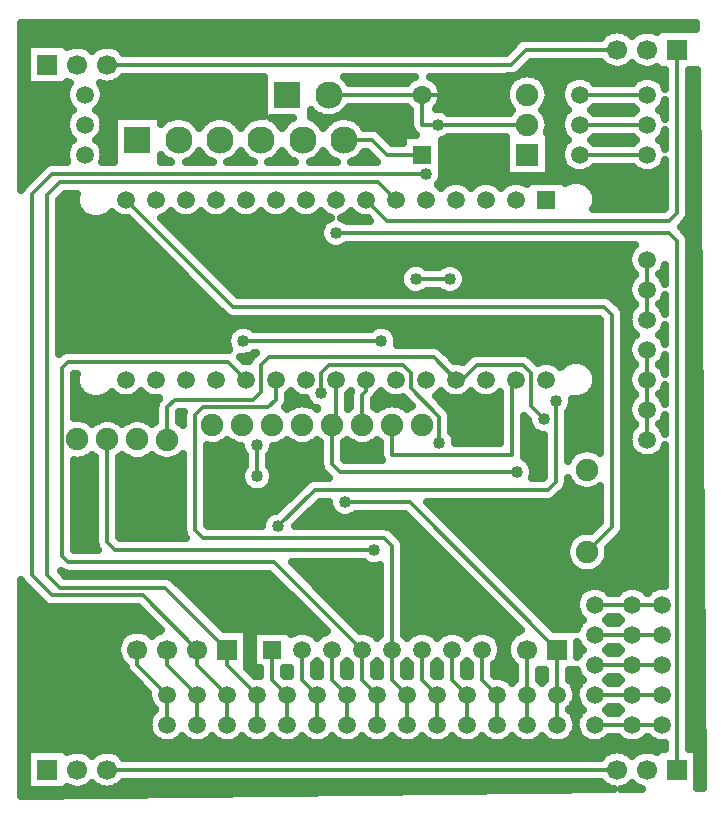
<source format=gbr>
%TF.GenerationSoftware,Novarm,DipTrace,3.3.1.3*%
%TF.CreationDate,2020-02-21T13:35:10+01:00*%
%FSLAX35Y35*%
%MOMM*%
%TF.FileFunction,Copper,L1,Top*%
%TF.Part,Single*%
%TA.AperFunction,Conductor*%
%ADD14C,0.33*%
%TA.AperFunction,CopperBalancing*%
%ADD15C,0.635*%
%TA.AperFunction,ComponentPad*%
%ADD16R,1.9X1.9*%
%ADD17C,1.9*%
%ADD18R,1.7X1.7*%
%ADD19C,1.7*%
%ADD20R,1.5X1.5*%
%ADD21C,1.5*%
%ADD22C,1.9*%
%ADD23C,1.6*%
%ADD24R,1.6X1.6*%
%ADD28C,1.5*%
%ADD30R,2.3X2.3*%
%ADD31C,2.3*%
%TA.AperFunction,ViaPad*%
%ADD32C,1.016*%
G75*
G01*
%LPD*%
X3651165Y2255665D2*
D14*
Y2001665D1*
X3778165Y1874665D1*
Y1620665D1*
X4159165Y4160665D2*
Y3906665D1*
X5175165D1*
Y4541665D1*
X5206855D1*
X5302165Y6700665D2*
X4542665D1*
X2896765Y4868875D2*
X4066355D1*
X4413165Y6954665D2*
X3620165D1*
X4542665Y6700665D2*
X4413165D1*
Y6954665D1*
X4667165D1*
X4730665Y7018165D1*
X5442165Y4210465D2*
X5331355Y4321275D1*
Y4600165D1*
X5265355Y4666165D1*
X4872858D1*
X4748355Y4541665D1*
X4698855D1*
X4413165Y6446665D2*
X4110675D1*
X3983675Y6573665D1*
X3750165D1*
X4698855Y4541665D2*
X4508355Y4732165D1*
X3111355D1*
X3045355Y4666165D1*
Y4437165D1*
X2979355Y4371165D1*
X2320168D1*
X2254165Y4305161D1*
Y4033665D1*
X3682855Y4541665D2*
Y4192351D1*
X3651168Y4160665D1*
X3015595Y3989475D2*
Y3722875D1*
X5217155Y3757165D2*
X3717168D1*
X3651168Y3823165D1*
Y4160665D1*
X5302165Y2255665D2*
Y1874665D1*
Y1620665D1*
X3905168Y4160665D2*
Y4414661D1*
X3936855Y4446348D1*
Y4541665D1*
X4005465Y3097995D2*
X1812168D1*
X1746165Y3163998D1*
Y4034315D1*
X5556165Y2255665D2*
X4305265Y3506565D1*
X3760675D1*
X5556165Y2255665D2*
Y1874665D1*
Y1620665D1*
X3936855Y6065665D2*
X4118385Y5884135D1*
X6506161D1*
X6572165Y5950135D1*
Y7335665D1*
X3682855Y5783835D2*
X6506165D1*
X6572165Y5717835D1*
Y1239665D1*
X1904855Y6065665D2*
X2814905Y5155615D1*
X5954665D1*
X6020665Y5089615D1*
Y3291665D1*
X5810165Y3081165D1*
X3193955Y3298605D2*
X3502215Y3606865D1*
X5476465D1*
X5542465Y3672865D1*
Y4357545D1*
X2000165Y2255665D2*
Y2128665D1*
X2254165Y1874665D1*
Y1620665D1*
Y2255665D2*
Y2128665D1*
X2508165Y1874665D1*
Y1620665D1*
X4444855Y6281495D2*
X1281655D1*
X1111165Y6111005D1*
Y2884155D1*
X1281661Y2713658D1*
X2050171D1*
X2508165Y2255665D1*
Y2128665D1*
X2762165Y1874665D1*
Y1620665D1*
Y2255665D2*
X2238165Y2779665D1*
X1347655D1*
X1238165Y2889155D1*
Y6106005D1*
X1347655Y6215495D1*
X4041025D1*
X4190855Y6065665D1*
X2762165Y2255665D2*
Y2128665D1*
X3016165Y1874665D1*
Y1620665D1*
X4360665Y5392765D2*
X4646165D1*
X2920855Y4541665D2*
X2771025Y4691495D1*
X1413655D1*
X1365165Y4643005D1*
Y3048785D1*
X1413655Y3000295D1*
X3160535D1*
X3905165Y2255665D1*
Y2001665D1*
X4032165Y1874665D1*
Y1620665D1*
X4159165Y2255665D2*
Y3132295D1*
X4093165Y3198295D1*
X2556655D1*
X2490655Y3264295D1*
Y4239165D1*
X2556655Y4305165D1*
X3108855D1*
X3174855Y4371165D1*
Y4541665D1*
X4159165Y2255665D2*
Y2001665D1*
X4286165Y1874665D1*
Y1620665D1*
X3553355Y4429375D2*
Y4600165D1*
X3619355Y4666165D1*
X4249355D1*
X4315355Y4600165D1*
Y4469825D1*
X4557665Y4227515D1*
Y4006965D1*
X4413165Y2255665D2*
Y2001665D1*
X4540165Y1874665D1*
Y1620665D1*
X3397165Y2255665D2*
Y2001665D1*
X3524165Y1874665D1*
Y1620665D1*
X4667165Y2255665D2*
Y2001665D1*
X4794165Y1874665D1*
Y1620665D1*
X4921165Y2255665D2*
Y2001665D1*
X5048165Y1874665D1*
Y1620665D1*
X6064165Y7335665D2*
X5289135D1*
X5162135Y7208665D1*
X1746165D1*
X6064165Y1239665D2*
X1746165D1*
X3143165Y2255665D2*
Y2001665D1*
X3270165Y1874665D1*
Y1620665D1*
X6445165Y2636665D2*
X5873665D1*
Y2382665D2*
X6445165D1*
Y2128665D2*
X5873665D1*
Y1874665D2*
X6445165D1*
Y1620665D2*
X5873665D1*
X6318165Y5557665D2*
Y5049665D1*
Y4795665D2*
Y4287665D1*
Y4033665D2*
Y4287665D1*
Y6954665D2*
X5746665D1*
Y6700665D2*
X6318165D1*
Y6446665D2*
X5746665D1*
D32*
X4066355Y4868875D3*
X2896765D3*
X4542665Y6700665D3*
X5442165Y4210465D3*
X3015595Y3722875D3*
Y3989475D3*
X5217155Y3757165D3*
X4005465Y3097995D3*
X3760675Y3506565D3*
X3682855Y5783835D3*
X5542465Y4357545D3*
X3193955Y3298605D3*
X4444855Y6281495D3*
X4646165Y5392765D3*
X4360665D3*
X4557665Y4006965D3*
X3553355Y4429375D3*
X1022311Y7494748D2*
D15*
X5997658D1*
X6130668D2*
X6251588D1*
X1022311Y7431581D2*
X5249351D1*
X1022311Y7368415D2*
X1061745D1*
X1556881D2*
X1681445D1*
X1810905D2*
X5171875D1*
X1022311Y7305248D2*
X1061745D1*
X1022311Y7242081D2*
X1061745D1*
X1022311Y7178915D2*
X1061745D1*
X5282375D2*
X5991825D1*
X6136501D2*
X6245755D1*
X1022311Y7115748D2*
X1061745D1*
X5389015D2*
X6464231D1*
X6680098D2*
X6729195D1*
X1022311Y7052581D2*
X1061745D1*
X1820111D2*
X3063765D1*
X4552388D2*
X5144715D1*
X5459655D2*
X5613661D1*
X6680098D2*
X6729741D1*
X1022311Y6989415D2*
X1393061D1*
X1718301D2*
X3063765D1*
X4580918D2*
X5119101D1*
X5485175D2*
X5584038D1*
X6680098D2*
X6730378D1*
X1022311Y6926248D2*
X1391785D1*
X1719575D2*
X3063765D1*
X4582101D2*
X5118008D1*
X5486361D2*
X5582761D1*
X6680098D2*
X6731018D1*
X1022311Y6863081D2*
X1418035D1*
X1693325D2*
X3063765D1*
X4556855D2*
X5140795D1*
X5463575D2*
X5609011D1*
X6680098D2*
X6731655D1*
X1022311Y6799915D2*
X1423685D1*
X1687585D2*
X3063765D1*
X3753311D2*
X4305261D1*
X5458741D2*
X5614661D1*
X6680098D2*
X6732201D1*
X1022311Y6736748D2*
X1393335D1*
X1718028D2*
X1793738D1*
X2206568D2*
X2227865D1*
X2472441D2*
X2577865D1*
X2822441D2*
X2927865D1*
X3172441D2*
X3277865D1*
X3522441D2*
X3627865D1*
X3872441D2*
X4305261D1*
X5484991D2*
X5584311D1*
X6680098D2*
X6732838D1*
X1022311Y6673581D2*
X1391511D1*
X1719758D2*
X1793738D1*
X4008431D2*
X4308908D1*
X5486541D2*
X5582488D1*
X6680098D2*
X6733478D1*
X1022311Y6610415D2*
X1417125D1*
X1694238D2*
X1793738D1*
X4096931D2*
X4241731D1*
X5488638D2*
X5608101D1*
X6680098D2*
X6734115D1*
X1022311Y6547248D2*
X1424778D1*
X1686581D2*
X1793738D1*
X4584561D2*
X5115731D1*
X5488638D2*
X5615755D1*
X6680098D2*
X6734661D1*
X1022311Y6484081D2*
X1393698D1*
X1717661D2*
X1793738D1*
X4584561D2*
X5115731D1*
X5488638D2*
X5584675D1*
X6680098D2*
X6735301D1*
X1022311Y6420915D2*
X1391328D1*
X1720031D2*
X1793738D1*
X2485748D2*
X2564558D1*
X2835748D2*
X2914558D1*
X3185748D2*
X3264558D1*
X3535748D2*
X3614558D1*
X3885748D2*
X3986435D1*
X4584561D2*
X5115731D1*
X5488638D2*
X5582305D1*
X6680098D2*
X6735938D1*
X1022311Y6357748D2*
X1208218D1*
X4584561D2*
X5115731D1*
X5488638D2*
X5607188D1*
X6680098D2*
X6736485D1*
X1022311Y6294581D2*
X1144688D1*
X4586478D2*
X5115731D1*
X5488638D2*
X5690315D1*
X5803001D2*
X6261798D1*
X6374485D2*
X6464231D1*
X6680098D2*
X6737125D1*
X1022311Y6231415D2*
X1081525D1*
X4577545D2*
X5683385D1*
X5746308D2*
X6464231D1*
X6680098D2*
X6737761D1*
X5853768Y6168248D2*
X6464231D1*
X6680098D2*
X6738398D1*
X1387258Y6105081D2*
X1481565D1*
X5884121D2*
X6464231D1*
X6680098D2*
X6738945D1*
X1346061Y6041915D2*
X1478555D1*
X5887128D2*
X6464231D1*
X6680098D2*
X6739585D1*
X1346061Y5978748D2*
X1501161D1*
X6680098D2*
X6740221D1*
X1346061Y5915581D2*
X1569791D1*
X1731881D2*
X1842775D1*
X2220878D2*
X2350821D1*
X2474901D2*
X2604755D1*
X2728925D2*
X2858778D1*
X2982948D2*
X3112801D1*
X3236881D2*
X3366825D1*
X3490905D2*
X3620755D1*
X3744928D2*
X3874778D1*
X6674081D2*
X6740861D1*
X1346061Y5852415D2*
X1968101D1*
X2268091D2*
X3559231D1*
X6624498D2*
X6741408D1*
X1346061Y5789248D2*
X2031265D1*
X2331255D2*
X3540731D1*
X6650748D2*
X6742045D1*
X1346061Y5726081D2*
X2094428D1*
X2394418D2*
X3553491D1*
X6679731D2*
X6742685D1*
X1346061Y5662915D2*
X2157591D1*
X2457585D2*
X3614468D1*
X3751218D2*
X6191161D1*
X6680098D2*
X6743231D1*
X1346061Y5599748D2*
X2220755D1*
X2520748D2*
X6157345D1*
X6680098D2*
X6743868D1*
X1346061Y5536581D2*
X2283921D1*
X2584001D2*
X6153151D1*
X6680098D2*
X6744505D1*
X1346061Y5473415D2*
X2347085D1*
X2647168D2*
X4244921D1*
X4761841D2*
X6175665D1*
X6680098D2*
X6745145D1*
X1346061Y5410248D2*
X2410248D1*
X2710331D2*
X4219585D1*
X4787271D2*
X6192345D1*
X6443938D2*
X6464251D1*
X6680098D2*
X6745691D1*
X1346061Y5347081D2*
X2473411D1*
X2773495D2*
X4226328D1*
X4780528D2*
X6157708D1*
X6680098D2*
X6746328D1*
X1346061Y5283915D2*
X2536578D1*
X2836658D2*
X4272995D1*
X4448391D2*
X4558465D1*
X4733861D2*
X6152968D1*
X6680098D2*
X6746968D1*
X1346061Y5220748D2*
X2599741D1*
X6039525D2*
X6174845D1*
X6680098D2*
X6747605D1*
X1346061Y5157581D2*
X2662905D1*
X6102505D2*
X6193528D1*
X6442751D2*
X6464241D1*
X6680098D2*
X6748151D1*
X1346061Y5094415D2*
X2726068D1*
X6128481D2*
X6158075D1*
X6680098D2*
X6748791D1*
X1346061Y5031248D2*
X5912708D1*
X6128575D2*
X6152788D1*
X6680098D2*
X6749428D1*
X1346061Y4968081D2*
X2797528D1*
X4165565D2*
X5912708D1*
X6128575D2*
X6174115D1*
X6680098D2*
X6749975D1*
X1346061Y4904915D2*
X2759428D1*
X4203755D2*
X5912708D1*
X6128575D2*
X6194805D1*
X6441568D2*
X6464238D1*
X6680098D2*
X6750611D1*
X1346061Y4841748D2*
X2757241D1*
X4205851D2*
X5912708D1*
X6128575D2*
X6158528D1*
X6680098D2*
X6751251D1*
X4611998Y4778581D2*
X5912708D1*
X6128575D2*
X6152605D1*
X6680098D2*
X6751888D1*
X2897088Y4715415D2*
X2950195D1*
X4675161D2*
X4772111D1*
X5366138D2*
X5912708D1*
X6128575D2*
X6173295D1*
X6680098D2*
X6752435D1*
X5847205Y4652248D2*
X5912708D1*
X6128575D2*
X6196081D1*
X6440291D2*
X6464235D1*
X6680098D2*
X6753075D1*
X5882025Y4589081D2*
X5912708D1*
X6128575D2*
X6158895D1*
X6680098D2*
X6753711D1*
X5888131Y4525915D2*
X5912708D1*
X6128575D2*
X6152515D1*
X6680098D2*
X6754351D1*
X1473118Y4462748D2*
X1496581D1*
X5869081D2*
X5912708D1*
X6128575D2*
X6172565D1*
X6680098D2*
X6754898D1*
X1473118Y4399581D2*
X1555575D1*
X1746191D2*
X1824728D1*
X1984991D2*
X2078751D1*
X3282818D2*
X3348778D1*
X4033405D2*
X4110755D1*
X4535618D2*
X4618711D1*
X4778978D2*
X4872735D1*
X5033001D2*
X5067241D1*
X5810201D2*
X5912708D1*
X6128575D2*
X6197358D1*
X6439015D2*
X6464245D1*
X6680098D2*
X6755535D1*
X1473118Y4336415D2*
X2151121D1*
X3276711D2*
X3351511D1*
X4013078D2*
X4113491D1*
X4204848D2*
X4298791D1*
X4598781D2*
X5067241D1*
X5683051D2*
X5912708D1*
X6128575D2*
X6159351D1*
X6680098D2*
X6756171D1*
X1473118Y4273248D2*
X2146198D1*
X4654745D2*
X5067241D1*
X5655435D2*
X5912708D1*
X6128575D2*
X6152331D1*
X6680098D2*
X6756718D1*
X1539198Y4210081D2*
X1700588D1*
X1791765D2*
X1956068D1*
X2044238D2*
X2146198D1*
X2362061D2*
X2382701D1*
X4665591D2*
X5067241D1*
X5650421D2*
X5912708D1*
X6128575D2*
X6171745D1*
X6680098D2*
X6757358D1*
X4665591Y4146915D2*
X5067241D1*
X5283105D2*
X5315705D1*
X5650421D2*
X5912708D1*
X6128575D2*
X6198635D1*
X6437648D2*
X6464248D1*
X6680098D2*
X6757995D1*
X4676165Y4083748D2*
X5067241D1*
X5283105D2*
X5386708D1*
X5650421D2*
X5912708D1*
X6128575D2*
X6159805D1*
X6680098D2*
X6758635D1*
X4699225Y4020581D2*
X5067241D1*
X5283105D2*
X5434558D1*
X5650421D2*
X5912708D1*
X6128575D2*
X6152241D1*
X6680098D2*
X6759181D1*
X2598585Y3957415D2*
X2877188D1*
X3154028D2*
X3543191D1*
X3759145D2*
X4051238D1*
X5283105D2*
X5434558D1*
X5650421D2*
X5774898D1*
X5845475D2*
X5912708D1*
X6128575D2*
X6171018D1*
X6680098D2*
X6759818D1*
X2598585Y3894248D2*
X2907631D1*
X3123495D2*
X3543191D1*
X3759145D2*
X4051968D1*
X5282375D2*
X5434558D1*
X6128575D2*
X6233088D1*
X6403195D2*
X6464231D1*
X6680098D2*
X6760458D1*
X1473118Y3831081D2*
X1638245D1*
X1854108D2*
X2382721D1*
X2598585D2*
X2907631D1*
X3123495D2*
X3543191D1*
X5337518D2*
X5434558D1*
X6128575D2*
X6464231D1*
X6680098D2*
X6761095D1*
X1473118Y3767915D2*
X1638245D1*
X1854108D2*
X2382721D1*
X2598585D2*
X2881018D1*
X3150111D2*
X3559598D1*
X5358938D2*
X5434558D1*
X6128575D2*
X6464231D1*
X6680098D2*
X6761641D1*
X1473118Y3704748D2*
X1638245D1*
X1854108D2*
X2382721D1*
X2598585D2*
X2874545D1*
X3156581D2*
X3468635D1*
X6128575D2*
X6464231D1*
X6680098D2*
X6762278D1*
X1473118Y3641581D2*
X1638245D1*
X1854108D2*
X2382721D1*
X2598585D2*
X2900338D1*
X3130878D2*
X3386875D1*
X5645501D2*
X5688218D1*
X6128575D2*
X6464231D1*
X6680098D2*
X6762918D1*
X1473118Y3578415D2*
X1638245D1*
X1854108D2*
X2382721D1*
X2598585D2*
X3323711D1*
X5598015D2*
X5912708D1*
X6128575D2*
X6464231D1*
X6680098D2*
X6763465D1*
X1473118Y3515248D2*
X1638245D1*
X1854108D2*
X2382721D1*
X2598585D2*
X3260548D1*
X5526738D2*
X5912708D1*
X6128575D2*
X6464231D1*
X6680098D2*
X6764101D1*
X1473118Y3452081D2*
X1638245D1*
X1854108D2*
X2382721D1*
X2598585D2*
X3197385D1*
X3497468D2*
X3629871D1*
X4509731D2*
X5912708D1*
X6128575D2*
X6464231D1*
X6680098D2*
X6764741D1*
X1473118Y3388915D2*
X1638245D1*
X1854108D2*
X2382721D1*
X2598585D2*
X3086095D1*
X3434301D2*
X3686291D1*
X3835071D2*
X4272905D1*
X4572895D2*
X5912708D1*
X6128575D2*
X6464231D1*
X6680098D2*
X6765378D1*
X1473118Y3325748D2*
X1638245D1*
X1854108D2*
X2382721D1*
X2598585D2*
X3054468D1*
X3371138D2*
X4336068D1*
X4636061D2*
X5904688D1*
X6128575D2*
X6464231D1*
X6680098D2*
X6765925D1*
X1473118Y3262581D2*
X1638245D1*
X1854108D2*
X2382721D1*
X4178871D2*
X4399231D1*
X4699225D2*
X5841525D1*
X6124381D2*
X6464231D1*
X6680098D2*
X6766565D1*
X1473118Y3199415D2*
X1638245D1*
X4241765D2*
X4462398D1*
X4762478D2*
X5667981D1*
X6078445D2*
X6464231D1*
X6680098D2*
X6767201D1*
X1473118Y3136248D2*
X1642071D1*
X4267011D2*
X4525561D1*
X4825645D2*
X5632345D1*
X6015278D2*
X6464231D1*
X6680098D2*
X6767838D1*
X4267101Y3073081D2*
X4588725D1*
X4888808D2*
X5623868D1*
X5996411D2*
X6464231D1*
X6680098D2*
X6768385D1*
X4267101Y3009915D2*
X4651888D1*
X4951971D2*
X5638451D1*
X5981918D2*
X6464231D1*
X6680098D2*
X6769025D1*
X3364121Y2946748D2*
X4051238D1*
X4267101D2*
X4715051D1*
X5015135D2*
X5683935D1*
X5936348D2*
X6464231D1*
X6680098D2*
X6769661D1*
X1393728Y2883581D2*
X3127201D1*
X3427285D2*
X4051238D1*
X4267101D2*
X4778218D1*
X5078301D2*
X6464231D1*
X6680098D2*
X6770208D1*
X2347478Y2820415D2*
X3190365D1*
X3490448D2*
X4051238D1*
X4267101D2*
X4841381D1*
X5141465D2*
X6464231D1*
X6680098D2*
X6770848D1*
X1022311Y2757248D2*
X1088088D1*
X2410645D2*
X3253528D1*
X3553611D2*
X4051238D1*
X4267101D2*
X4904545D1*
X5204628D2*
X5762045D1*
X5985291D2*
X6079505D1*
X6302845D2*
X6333528D1*
X6680098D2*
X6771485D1*
X1022311Y2694081D2*
X1151251D1*
X2473808D2*
X3316695D1*
X3616778D2*
X4051238D1*
X4267101D2*
X4967708D1*
X5267791D2*
X5717838D1*
X6680098D2*
X6772125D1*
X1022311Y2630915D2*
X1216328D1*
X2536971D2*
X3379858D1*
X3679941D2*
X4051238D1*
X4267101D2*
X5030875D1*
X5330955D2*
X5707358D1*
X6680098D2*
X6772671D1*
X1022311Y2567748D2*
X2046028D1*
X2600135D2*
X3443021D1*
X3743105D2*
X4051238D1*
X4267101D2*
X5094038D1*
X5394121D2*
X5722851D1*
X6680098D2*
X6773308D1*
X1022311Y2504581D2*
X2109195D1*
X2663301D2*
X3506185D1*
X3806268D2*
X4051238D1*
X4267101D2*
X5157201D1*
X5457285D2*
X5763595D1*
X5983741D2*
X6081055D1*
X6680098D2*
X6773945D1*
X1022311Y2441415D2*
X2172358D1*
X2726465D2*
X3569351D1*
X3869431D2*
X4051238D1*
X4267101D2*
X5220365D1*
X5520448D2*
X5718385D1*
X6680098D2*
X6774585D1*
X1022311Y2378248D2*
X1875861D1*
X2938561D2*
X2976718D1*
X3506491D2*
X3541825D1*
X4014445D2*
X4049871D1*
X4268468D2*
X4303801D1*
X4522491D2*
X4557828D1*
X4776515D2*
X4811851D1*
X5030448D2*
X5177891D1*
X6680098D2*
X6775131D1*
X1022311Y2315081D2*
X1834481D1*
X2938561D2*
X2976718D1*
X5076205D2*
X5136421D1*
X6680098D2*
X6775768D1*
X1022311Y2251915D2*
X1823725D1*
X2938561D2*
X2976718D1*
X5087598D2*
X5125755D1*
X5732635D2*
X5765145D1*
X5982195D2*
X6082605D1*
X6680098D2*
X6776408D1*
X1022311Y2188748D2*
X1837398D1*
X2938561D2*
X2976718D1*
X5072921D2*
X5139428D1*
X6680098D2*
X6776955D1*
X1022311Y2125581D2*
X1884245D1*
X2938561D2*
X2976718D1*
X3505121D2*
X3543191D1*
X3759145D2*
X3797215D1*
X4013078D2*
X4051238D1*
X4267101D2*
X4305261D1*
X4521125D2*
X4559195D1*
X4775148D2*
X4813218D1*
X5029081D2*
X5186185D1*
X6680098D2*
X6777591D1*
X1022311Y2062415D2*
X1916785D1*
X2978391D2*
X3035235D1*
X3251098D2*
X3289258D1*
X3505121D2*
X3543191D1*
X3759145D2*
X3797215D1*
X4013078D2*
X4051238D1*
X4267101D2*
X4305261D1*
X4521125D2*
X4559195D1*
X4775148D2*
X4813218D1*
X5029081D2*
X5194208D1*
X5410071D2*
X5448231D1*
X5664095D2*
X5721578D1*
X6680098D2*
X6778231D1*
X1022311Y1999248D2*
X1979585D1*
X5155045D2*
X5194208D1*
X5410071D2*
X5448231D1*
X5664095D2*
X5766785D1*
X5980551D2*
X6084245D1*
X6680098D2*
X6778868D1*
X1022311Y1936081D2*
X2042748D1*
X6680098D2*
X6779415D1*
X1022311Y1872915D2*
X2087775D1*
X6680098D2*
X6780051D1*
X1022311Y1809748D2*
X2101445D1*
X6680098D2*
X6780691D1*
X1022311Y1746581D2*
X2146198D1*
X5664095D2*
X5768425D1*
X5978911D2*
X6085978D1*
X6680098D2*
X6781328D1*
X1022311Y1683415D2*
X2100535D1*
X6680098D2*
X6781875D1*
X1022311Y1620248D2*
X2087685D1*
X6680098D2*
X6782515D1*
X1022311Y1557081D2*
X2100898D1*
X6680098D2*
X6783151D1*
X1022311Y1493915D2*
X2150028D1*
X2358325D2*
X2404051D1*
X2612348D2*
X2657981D1*
X2866281D2*
X2912005D1*
X3120305D2*
X3166028D1*
X3374328D2*
X3420051D1*
X3628351D2*
X3673985D1*
X3882285D2*
X3928008D1*
X4136308D2*
X4182031D1*
X4390331D2*
X4436055D1*
X4644265D2*
X4689988D1*
X4898288D2*
X4944011D1*
X5152311D2*
X5198035D1*
X5406335D2*
X5452058D1*
X5660265D2*
X5769518D1*
X5977818D2*
X6086981D1*
X6295278D2*
X6341005D1*
X6680098D2*
X6783791D1*
X1022311Y1430748D2*
X6464231D1*
X6680098D2*
X6784338D1*
X1022311Y1367581D2*
X1061745D1*
X1864588D2*
X5945705D1*
X6748638D2*
X6784975D1*
X1022311Y1304415D2*
X1061745D1*
X6748638D2*
X6785611D1*
X1022311Y1241248D2*
X1061745D1*
X6748638D2*
X6786161D1*
X1022311Y1178081D2*
X1061745D1*
X6748638D2*
X6786798D1*
X1022311Y1114915D2*
X1061745D1*
X1868145D2*
X5942148D1*
X6748638D2*
X6787435D1*
X1022311Y1051748D2*
X4136278D1*
X5466331Y6626755D2*
X5482255D1*
Y6266575D1*
X5122075D1*
Y6598985D1*
X4632881Y6599075D1*
X4622538Y6590728D1*
X4604358Y6579585D1*
X4584658Y6571425D1*
X4578278Y6569628D1*
X4578255Y6307418D1*
X4580325Y6292158D1*
Y6270831D1*
X4576991Y6249771D1*
X4570401Y6229491D1*
X4560721Y6210491D1*
X4548185Y6193241D1*
X4545385Y6190211D1*
X4558055Y6178865D1*
X4571785Y6163041D1*
X4585655Y6178865D1*
X4604755Y6195181D1*
X4626175Y6208305D1*
X4649385Y6217918D1*
X4673811Y6223785D1*
X4698855Y6225755D1*
X4723898Y6223785D1*
X4748325Y6217918D1*
X4771535Y6208305D1*
X4792955Y6195181D1*
X4812055Y6178865D1*
X4825785Y6163041D1*
X4839655Y6178865D1*
X4858755Y6195181D1*
X4880175Y6208305D1*
X4903385Y6217918D1*
X4927811Y6223785D1*
X4952855Y6225755D1*
X4977898Y6223785D1*
X5002325Y6217918D1*
X5025535Y6208305D1*
X5046955Y6195181D1*
X5066055Y6178865D1*
X5079785Y6163041D1*
X5093655Y6178865D1*
X5112755Y6195181D1*
X5134175Y6208305D1*
X5157385Y6217918D1*
X5181811Y6223785D1*
X5206855Y6225755D1*
X5231898Y6223785D1*
X5256325Y6217918D1*
X5279535Y6208305D1*
X5300748Y6195318D1*
X5300765Y6225755D1*
X5620945D1*
Y6204518D1*
X5638748Y6215035D1*
X5663051Y6225101D1*
X5688631Y6231241D1*
X5714855Y6233305D1*
X5741078Y6231241D1*
X5766658Y6225101D1*
X5790961Y6215035D1*
X5813391Y6201288D1*
X5833395Y6184205D1*
X5850478Y6164201D1*
X5864225Y6141771D1*
X5874291Y6117468D1*
X5880431Y6091888D1*
X5882495Y6065665D1*
X5880431Y6039441D1*
X5874291Y6013861D1*
X5864225Y5989558D1*
X5862088Y5985745D1*
X6464021Y5985725D1*
X6470615Y5992255D1*
X6470418Y6397195D1*
X6460805Y6373985D1*
X6447681Y6352565D1*
X6431365Y6333465D1*
X6412265Y6317148D1*
X6390845Y6304025D1*
X6367635Y6294411D1*
X6343208Y6288545D1*
X6318165Y6286575D1*
X6293121Y6288545D1*
X6268695Y6294411D1*
X6245485Y6304025D1*
X6224065Y6317148D1*
X6204965Y6333465D1*
X6194578Y6345048D1*
X5870365Y6345075D1*
X5859865Y6333465D1*
X5840765Y6317148D1*
X5819345Y6304025D1*
X5796135Y6294411D1*
X5771708Y6288545D1*
X5746665Y6286575D1*
X5721621Y6288545D1*
X5697195Y6294411D1*
X5673985Y6304025D1*
X5652565Y6317148D1*
X5633465Y6333465D1*
X5617148Y6352565D1*
X5604025Y6373985D1*
X5594411Y6397195D1*
X5588545Y6421621D1*
X5586575Y6446665D1*
X5588545Y6471708D1*
X5594411Y6496135D1*
X5604025Y6519345D1*
X5617148Y6540765D1*
X5633465Y6559865D1*
X5649288Y6573595D1*
X5633465Y6587465D1*
X5617148Y6606565D1*
X5604025Y6627985D1*
X5594411Y6651195D1*
X5588545Y6675621D1*
X5586575Y6700665D1*
X5588545Y6725708D1*
X5594411Y6750135D1*
X5604025Y6773345D1*
X5617148Y6794765D1*
X5633465Y6813865D1*
X5649288Y6827595D1*
X5633465Y6841465D1*
X5617148Y6860565D1*
X5604025Y6881985D1*
X5594411Y6905195D1*
X5588545Y6929621D1*
X5586575Y6954665D1*
X5588545Y6979708D1*
X5594411Y7004135D1*
X5604025Y7027345D1*
X5617148Y7048765D1*
X5633465Y7067865D1*
X5652565Y7084181D1*
X5673985Y7097305D1*
X5697195Y7106918D1*
X5721621Y7112785D1*
X5746665Y7114755D1*
X5771708Y7112785D1*
X5796135Y7106918D1*
X5819345Y7097305D1*
X5840765Y7084181D1*
X5859865Y7067865D1*
X5870251Y7056281D1*
X6194465Y7056255D1*
X6204965Y7067865D1*
X6224065Y7084181D1*
X6245485Y7097305D1*
X6268695Y7106918D1*
X6293121Y7112785D1*
X6318165Y7114755D1*
X6343208Y7112785D1*
X6367635Y7106918D1*
X6390845Y7097305D1*
X6412265Y7084181D1*
X6431365Y7067865D1*
X6447681Y7048765D1*
X6460805Y7027345D1*
X6470565Y7003615D1*
X6470575Y7165565D1*
X6402075Y7165575D1*
Y7187721D1*
X6383255Y7178521D1*
X6357871Y7170275D1*
X6331511Y7166098D1*
X6304818D1*
X6278458Y7170275D1*
X6253075Y7178521D1*
X6229291Y7190638D1*
X6207701Y7206328D1*
X6191201Y7222635D1*
X6174628Y7206328D1*
X6153038Y7190638D1*
X6129255Y7178521D1*
X6103871Y7170275D1*
X6077511Y7166098D1*
X6050818D1*
X6024458Y7170275D1*
X5999075Y7178521D1*
X5975291Y7190638D1*
X5953701Y7206328D1*
X5934828Y7225201D1*
X5927818Y7234091D1*
X5331261Y7234075D1*
X5228111Y7131415D1*
X5215215Y7122045D1*
X5201011Y7114808D1*
X5185851Y7109881D1*
X5170105Y7107388D1*
X5068801Y7107075D1*
X4476628D1*
X4499425Y7095428D1*
X4520381Y7080201D1*
X4538701Y7061881D1*
X4553928Y7040925D1*
X4565688Y7017841D1*
X4573695Y6993205D1*
X4577745Y6967618D1*
Y6941711D1*
X4573695Y6916125D1*
X4565688Y6891488D1*
X4553928Y6868405D1*
X4538701Y6847448D1*
X4527485Y6835695D1*
X4542665Y6836555D1*
X4563921Y6834881D1*
X4584658Y6829905D1*
X4604358Y6821745D1*
X4622538Y6810601D1*
X4632785Y6802271D1*
X5153431Y6802255D1*
X5165225Y6817625D1*
X5174485Y6827641D1*
X5156468Y6848811D1*
X5141705Y6872905D1*
X5130888Y6899015D1*
X5124291Y6926491D1*
X5122075Y6954665D1*
X5124291Y6982838D1*
X5130888Y7010315D1*
X5141705Y7036425D1*
X5156468Y7060518D1*
X5174821Y7082008D1*
X5196311Y7100361D1*
X5220405Y7115125D1*
X5246515Y7125941D1*
X5273991Y7132538D1*
X5302165Y7134755D1*
X5330338Y7132538D1*
X5357815Y7125941D1*
X5383925Y7115125D1*
X5408018Y7100361D1*
X5429508Y7082008D1*
X5447861Y7060518D1*
X5462625Y7036425D1*
X5473441Y7010315D1*
X5480038Y6982838D1*
X5482255Y6954665D1*
X5480038Y6926491D1*
X5473441Y6899015D1*
X5462625Y6872905D1*
X5447861Y6848811D1*
X5429845Y6827688D1*
X5447861Y6806518D1*
X5462625Y6782425D1*
X5473441Y6756315D1*
X5480038Y6728838D1*
X5482255Y6700665D1*
X5480038Y6672491D1*
X5473441Y6645015D1*
X5466258Y6626781D1*
X2735811Y2425755D2*
X2932255D1*
Y2102278D1*
X3000475Y2034025D1*
X3016165Y2034755D1*
X3041545Y2032718D1*
X3041575Y2095635D1*
X2983075Y2095575D1*
Y2415755D1*
X3303255D1*
Y2385401D1*
X3324485Y2398305D1*
X3347695Y2407918D1*
X3372121Y2413785D1*
X3397165Y2415755D1*
X3422208Y2413785D1*
X3446635Y2407918D1*
X3469845Y2398305D1*
X3491265Y2385181D1*
X3510365Y2368865D1*
X3524095Y2353041D1*
X3537965Y2368865D1*
X3557065Y2385181D1*
X3578485Y2398305D1*
X3601695Y2407918D1*
X3607601Y2409585D1*
X3118518Y2898641D1*
X1413655Y2898705D1*
X1397761Y2899955D1*
X1382261Y2903678D1*
X1367535Y2909778D1*
X1353918Y2918125D1*
X1375998Y2894995D1*
X1389725Y2881265D1*
X2246135Y2880941D1*
X2261881Y2878448D1*
X2277041Y2873521D1*
X2291245Y2866285D1*
X2304141Y2856915D1*
X2375998Y2785505D1*
X2735691Y2425808D1*
X2127201Y2368695D2*
X2143701Y2385001D1*
X2165291Y2400691D1*
X2189075Y2412808D1*
X2202458Y2417671D1*
X2008061Y2612098D1*
X1273691Y2612381D1*
X1257945Y2614875D1*
X1242785Y2619801D1*
X1228581Y2627038D1*
X1215685Y2636408D1*
X1143831Y2707818D1*
X1033915Y2818178D1*
X1024545Y2831075D1*
X1017298Y2845308D1*
X1015915Y2829665D1*
Y1017778D1*
X6033821Y1072305D1*
X6011605Y1077898D1*
X5986945Y1088115D1*
X5964188Y1102058D1*
X5943891Y1119391D1*
X5927818Y1138091D1*
X1882668Y1138075D1*
X1866438Y1119391D1*
X1846141Y1102058D1*
X1823385Y1088115D1*
X1798725Y1077898D1*
X1772771Y1071668D1*
X1746165Y1069575D1*
X1719558Y1071668D1*
X1693605Y1077898D1*
X1668945Y1088115D1*
X1646188Y1102058D1*
X1625891Y1119391D1*
X1619201Y1126635D1*
X1602628Y1110328D1*
X1581038Y1094638D1*
X1557255Y1082521D1*
X1531871Y1074275D1*
X1505511Y1070098D1*
X1478818D1*
X1452458Y1074275D1*
X1427075Y1082521D1*
X1408255Y1091861D1*
Y1069575D1*
X1068075D1*
Y1409755D1*
X1408255D1*
Y1387605D1*
X1427075Y1396808D1*
X1452458Y1405055D1*
X1478818Y1409231D1*
X1505511D1*
X1531871Y1405055D1*
X1557255Y1396808D1*
X1581038Y1384691D1*
X1602628Y1369001D1*
X1619128Y1352695D1*
X1635701Y1369001D1*
X1657291Y1384691D1*
X1681075Y1396808D1*
X1706458Y1405055D1*
X1732818Y1409231D1*
X1759511D1*
X1785871Y1405055D1*
X1811255Y1396808D1*
X1835038Y1384691D1*
X1856628Y1369001D1*
X1875501Y1350128D1*
X1882511Y1341238D1*
X5927661Y1341255D1*
X5943891Y1359938D1*
X5964188Y1377271D1*
X5986945Y1391215D1*
X6011605Y1401431D1*
X6037558Y1407661D1*
X6064165Y1409755D1*
X6090771Y1407661D1*
X6116725Y1401431D1*
X6141385Y1391215D1*
X6164141Y1377271D1*
X6184438Y1359938D1*
X6191128Y1352695D1*
X6207701Y1369001D1*
X6229291Y1384691D1*
X6253075Y1396808D1*
X6278458Y1405055D1*
X6304818Y1409231D1*
X6331511D1*
X6357871Y1405055D1*
X6383255Y1396808D1*
X6402075Y1387468D1*
Y1409755D1*
X6470525D1*
X6470208Y1462545D1*
X6445165Y1460575D1*
X6420121Y1462545D1*
X6395695Y1468411D1*
X6372485Y1478025D1*
X6351065Y1491148D1*
X6331965Y1507465D1*
X6321578Y1519048D1*
X6312898Y1516695D1*
X6295135Y1498931D1*
X6274811Y1484165D1*
X6252428Y1472761D1*
X6228538Y1464998D1*
X6203725Y1461068D1*
X6178605D1*
X6153791Y1464998D1*
X6129901Y1472761D1*
X6107518Y1484165D1*
X6087195Y1498931D1*
X6069431Y1516695D1*
X6067578Y1519048D1*
X5997365Y1519075D1*
X5986865Y1507465D1*
X5967765Y1491148D1*
X5946345Y1478025D1*
X5923135Y1468411D1*
X5898708Y1462545D1*
X5873665Y1460575D1*
X5848621Y1462545D1*
X5824195Y1468411D1*
X5800985Y1478025D1*
X5779565Y1491148D1*
X5760465Y1507465D1*
X5744148Y1526565D1*
X5731025Y1547985D1*
X5721411Y1571195D1*
X5715545Y1595621D1*
X5714975Y1600448D1*
X5711831Y1583291D1*
X5704068Y1559401D1*
X5692665Y1537018D1*
X5677898Y1516695D1*
X5660135Y1498931D1*
X5639811Y1484165D1*
X5617428Y1472761D1*
X5593538Y1464998D1*
X5568725Y1461068D1*
X5543605D1*
X5518791Y1464998D1*
X5494901Y1472761D1*
X5472518Y1484165D1*
X5452195Y1498931D1*
X5434431Y1516695D1*
X5429235Y1523288D1*
X5415365Y1507465D1*
X5396265Y1491148D1*
X5374845Y1478025D1*
X5351635Y1468411D1*
X5327208Y1462545D1*
X5302165Y1460575D1*
X5277121Y1462545D1*
X5252695Y1468411D1*
X5229485Y1478025D1*
X5208065Y1491148D1*
X5188965Y1507465D1*
X5175235Y1523288D1*
X5161365Y1507465D1*
X5142265Y1491148D1*
X5120845Y1478025D1*
X5097635Y1468411D1*
X5073208Y1462545D1*
X5048165Y1460575D1*
X5023121Y1462545D1*
X4998695Y1468411D1*
X4975485Y1478025D1*
X4954065Y1491148D1*
X4934965Y1507465D1*
X4921235Y1523288D1*
X4907365Y1507465D1*
X4888265Y1491148D1*
X4866845Y1478025D1*
X4843635Y1468411D1*
X4819208Y1462545D1*
X4794165Y1460575D1*
X4769121Y1462545D1*
X4744695Y1468411D1*
X4721485Y1478025D1*
X4700065Y1491148D1*
X4680965Y1507465D1*
X4667235Y1523288D1*
X4653365Y1507465D1*
X4634265Y1491148D1*
X4612845Y1478025D1*
X4589635Y1468411D1*
X4565208Y1462545D1*
X4540165Y1460575D1*
X4515121Y1462545D1*
X4490695Y1468411D1*
X4467485Y1478025D1*
X4446065Y1491148D1*
X4426965Y1507465D1*
X4413235Y1523288D1*
X4399365Y1507465D1*
X4380265Y1491148D1*
X4358845Y1478025D1*
X4335635Y1468411D1*
X4311208Y1462545D1*
X4286165Y1460575D1*
X4261121Y1462545D1*
X4236695Y1468411D1*
X4213485Y1478025D1*
X4192065Y1491148D1*
X4172965Y1507465D1*
X4159235Y1523288D1*
X4145365Y1507465D1*
X4126265Y1491148D1*
X4104845Y1478025D1*
X4081635Y1468411D1*
X4057208Y1462545D1*
X4032165Y1460575D1*
X4007121Y1462545D1*
X3982695Y1468411D1*
X3959485Y1478025D1*
X3938065Y1491148D1*
X3918965Y1507465D1*
X3905235Y1523288D1*
X3891365Y1507465D1*
X3872265Y1491148D1*
X3850845Y1478025D1*
X3827635Y1468411D1*
X3803208Y1462545D1*
X3778165Y1460575D1*
X3753121Y1462545D1*
X3728695Y1468411D1*
X3705485Y1478025D1*
X3684065Y1491148D1*
X3664965Y1507465D1*
X3651235Y1523288D1*
X3637365Y1507465D1*
X3618265Y1491148D1*
X3596845Y1478025D1*
X3573635Y1468411D1*
X3549208Y1462545D1*
X3524165Y1460575D1*
X3499121Y1462545D1*
X3474695Y1468411D1*
X3451485Y1478025D1*
X3430065Y1491148D1*
X3410965Y1507465D1*
X3397235Y1523288D1*
X3383365Y1507465D1*
X3364265Y1491148D1*
X3342845Y1478025D1*
X3319635Y1468411D1*
X3295208Y1462545D1*
X3270165Y1460575D1*
X3245121Y1462545D1*
X3220695Y1468411D1*
X3197485Y1478025D1*
X3176065Y1491148D1*
X3156965Y1507465D1*
X3143235Y1523288D1*
X3129365Y1507465D1*
X3110265Y1491148D1*
X3088845Y1478025D1*
X3065635Y1468411D1*
X3041208Y1462545D1*
X3016165Y1460575D1*
X2991121Y1462545D1*
X2966695Y1468411D1*
X2943485Y1478025D1*
X2922065Y1491148D1*
X2902965Y1507465D1*
X2889235Y1523288D1*
X2875365Y1507465D1*
X2856265Y1491148D1*
X2834845Y1478025D1*
X2811635Y1468411D1*
X2787208Y1462545D1*
X2762165Y1460575D1*
X2737121Y1462545D1*
X2712695Y1468411D1*
X2689485Y1478025D1*
X2668065Y1491148D1*
X2648965Y1507465D1*
X2635235Y1523288D1*
X2621365Y1507465D1*
X2602265Y1491148D1*
X2580845Y1478025D1*
X2557635Y1468411D1*
X2533208Y1462545D1*
X2508165Y1460575D1*
X2483121Y1462545D1*
X2458695Y1468411D1*
X2435485Y1478025D1*
X2414065Y1491148D1*
X2394965Y1507465D1*
X2381235Y1523288D1*
X2367365Y1507465D1*
X2348265Y1491148D1*
X2326845Y1478025D1*
X2303635Y1468411D1*
X2279208Y1462545D1*
X2254165Y1460575D1*
X2229121Y1462545D1*
X2204695Y1468411D1*
X2181485Y1478025D1*
X2160065Y1491148D1*
X2140965Y1507465D1*
X2124648Y1526565D1*
X2111525Y1547985D1*
X2101911Y1571195D1*
X2096045Y1595621D1*
X2094075Y1620665D1*
X2096045Y1645708D1*
X2101911Y1670135D1*
X2111525Y1693345D1*
X2124648Y1714765D1*
X2140965Y1733865D1*
X2152548Y1744251D1*
X2150195Y1752931D1*
X2132431Y1770695D1*
X2117665Y1791018D1*
X2106261Y1813401D1*
X2098498Y1837291D1*
X2094568Y1862105D1*
Y1887225D1*
X2094921Y1890198D1*
X1922915Y2062688D1*
X1913545Y2075585D1*
X1906308Y2089788D1*
X1901381Y2104948D1*
X1899821Y2112805D1*
X1889701Y2126328D1*
X1870828Y2145201D1*
X1855138Y2166791D1*
X1843021Y2190575D1*
X1834775Y2215958D1*
X1830598Y2242318D1*
Y2269011D1*
X1834775Y2295371D1*
X1843021Y2320755D1*
X1855138Y2344538D1*
X1870828Y2366128D1*
X1889701Y2385001D1*
X1911291Y2400691D1*
X1935075Y2412808D1*
X1960458Y2421055D1*
X1986818Y2425231D1*
X2013511D1*
X2039871Y2421055D1*
X2065255Y2412808D1*
X2089038Y2400691D1*
X2110628Y2385001D1*
X2127128Y2368695D1*
X3295508Y2095575D2*
X3244831D1*
X3244755Y2043751D1*
X3254508Y2033991D1*
X3270165Y2034755D1*
X3295545Y2032718D1*
X3295575Y2095635D1*
X3524095Y2158288D2*
X3510365Y2142465D1*
X3498781Y2132078D1*
X3498755Y2043751D1*
X3508508Y2033991D1*
X3524165Y2034755D1*
X3549545Y2032718D1*
X3549575Y2131911D1*
X3537965Y2142465D1*
X3524235Y2158288D1*
X3778095D2*
X3764365Y2142465D1*
X3752781Y2132078D1*
X3752755Y2043751D1*
X3762508Y2033991D1*
X3778165Y2034755D1*
X3803545Y2032718D1*
X3803575Y2131911D1*
X3791965Y2142465D1*
X3778235Y2158288D1*
X4032095D2*
X4018365Y2142465D1*
X4006781Y2132078D1*
X4006755Y2043751D1*
X4016508Y2033991D1*
X4032165Y2034755D1*
X4057545Y2032718D1*
X4057575Y2131911D1*
X4045965Y2142465D1*
X4032235Y2158288D1*
X3889631Y2414908D2*
X3905165Y2415755D1*
X3930208Y2413785D1*
X3954635Y2407918D1*
X3977845Y2398305D1*
X3999265Y2385181D1*
X4018365Y2368865D1*
X4032095Y2353041D1*
X4045965Y2368865D1*
X4057548Y2379251D1*
X4057468Y2972448D1*
X4037188Y2965858D1*
X4016128Y2962525D1*
X3994801D1*
X3973741Y2965858D1*
X3953461Y2972448D1*
X3934461Y2982128D1*
X3917211Y2994665D1*
X3915345Y2996388D1*
X3308108Y2996405D1*
X3889565Y2414935D1*
X4286095Y2158288D2*
X4272365Y2142465D1*
X4260781Y2132078D1*
X4260755Y2043751D1*
X4270508Y2033991D1*
X4286165Y2034755D1*
X4311545Y2032718D1*
X4311575Y2131911D1*
X4299965Y2142465D1*
X4286235Y2158288D1*
X4260781Y2379251D2*
X4272365Y2368865D1*
X4286095Y2353041D1*
X4299965Y2368865D1*
X4319065Y2385181D1*
X4340485Y2398305D1*
X4363695Y2407918D1*
X4388121Y2413785D1*
X4413165Y2415755D1*
X4438208Y2413785D1*
X4462635Y2407918D1*
X4485845Y2398305D1*
X4507265Y2385181D1*
X4526365Y2368865D1*
X4540095Y2353041D1*
X4553965Y2368865D1*
X4573065Y2385181D1*
X4594485Y2398305D1*
X4617695Y2407918D1*
X4642121Y2413785D1*
X4667165Y2415755D1*
X4692208Y2413785D1*
X4716635Y2407918D1*
X4739845Y2398305D1*
X4761265Y2385181D1*
X4780365Y2368865D1*
X4794095Y2353041D1*
X4807965Y2368865D1*
X4827065Y2385181D1*
X4848485Y2398305D1*
X4871695Y2407918D1*
X4896121Y2413785D1*
X4921165Y2415755D1*
X4946208Y2413785D1*
X4970635Y2407918D1*
X4993845Y2398305D1*
X5015265Y2385181D1*
X5034365Y2368865D1*
X5050681Y2349765D1*
X5063805Y2328345D1*
X5073418Y2305135D1*
X5079285Y2280708D1*
X5081255Y2255665D1*
X5079285Y2230621D1*
X5073418Y2206195D1*
X5063805Y2182985D1*
X5050681Y2161565D1*
X5034365Y2142465D1*
X5022781Y2132078D1*
X5022755Y2043751D1*
X5032508Y2033991D1*
X5048165Y2034755D1*
X5073208Y2032785D1*
X5097635Y2026918D1*
X5120845Y2017305D1*
X5142265Y2004181D1*
X5161365Y1987865D1*
X5175095Y1972041D1*
X5188965Y1987865D1*
X5200548Y1998251D1*
X5200575Y2119208D1*
X5181891Y2135391D1*
X5164558Y2155688D1*
X5150615Y2178445D1*
X5140398Y2203105D1*
X5134168Y2229058D1*
X5132075Y2255665D1*
X5134168Y2282271D1*
X5140398Y2308225D1*
X5150615Y2332885D1*
X5164558Y2355641D1*
X5181891Y2375938D1*
X5202188Y2393271D1*
X5224945Y2407215D1*
X5249605Y2417431D1*
X5250458Y2417671D1*
X4263198Y3404961D1*
X3850901Y3404975D1*
X3840548Y3396628D1*
X3822368Y3385485D1*
X3802668Y3377325D1*
X3781931Y3372348D1*
X3760675Y3370675D1*
X3739418Y3372348D1*
X3718681Y3377325D1*
X3698981Y3385485D1*
X3680801Y3396628D1*
X3664585Y3410475D1*
X3650738Y3426691D1*
X3639595Y3444871D1*
X3631435Y3464571D1*
X3626458Y3485308D1*
X3624835Y3505275D1*
X3544265D1*
X3338871Y3299851D1*
X4101135Y3299571D1*
X4116881Y3297078D1*
X4132041Y3292151D1*
X4146245Y3284915D1*
X4159141Y3275545D1*
X4231001Y3204131D1*
X4241351Y3192008D1*
X4249681Y3178415D1*
X4255781Y3163688D1*
X4259505Y3148188D1*
X4260755Y3132265D1*
Y2379338D1*
X4540095Y2158288D2*
X4526365Y2142465D1*
X4514781Y2132078D1*
X4514755Y2043751D1*
X4524508Y2033991D1*
X4540165Y2034755D1*
X4565545Y2032718D1*
X4565575Y2131911D1*
X4553965Y2142465D1*
X4540235Y2158288D1*
X4794095D2*
X4780365Y2142465D1*
X4768781Y2132078D1*
X4768755Y2043751D1*
X4778508Y2033991D1*
X4794165Y2034755D1*
X4819545Y2032718D1*
X4819575Y2131911D1*
X4807965Y2142465D1*
X4794235Y2158288D1*
X3952388Y5906421D2*
X3936855Y5905575D1*
X3911811Y5907545D1*
X3887385Y5913411D1*
X3864175Y5923025D1*
X3842755Y5936148D1*
X3823655Y5952465D1*
X3809925Y5968288D1*
X3796055Y5952465D1*
X3776955Y5936148D1*
X3755535Y5923025D1*
X3732325Y5913411D1*
X3727741Y5912118D1*
X3744548Y5904915D1*
X3762728Y5893771D1*
X3772975Y5885441D1*
X3973338Y5885425D1*
X3952518Y5906331D1*
X3637968Y5912118D2*
X3621591Y5917761D1*
X3599208Y5929165D1*
X3578885Y5943931D1*
X3561121Y5961695D1*
X3555925Y5968288D1*
X3542055Y5952465D1*
X3522955Y5936148D1*
X3501535Y5923025D1*
X3478325Y5913411D1*
X3453898Y5907545D1*
X3428855Y5905575D1*
X3403811Y5907545D1*
X3379385Y5913411D1*
X3356175Y5923025D1*
X3334755Y5936148D1*
X3315655Y5952465D1*
X3301925Y5968288D1*
X3288055Y5952465D1*
X3268955Y5936148D1*
X3247535Y5923025D1*
X3224325Y5913411D1*
X3199898Y5907545D1*
X3174855Y5905575D1*
X3149811Y5907545D1*
X3125385Y5913411D1*
X3102175Y5923025D1*
X3080755Y5936148D1*
X3061655Y5952465D1*
X3047925Y5968288D1*
X3034055Y5952465D1*
X3014955Y5936148D1*
X2993535Y5923025D1*
X2970325Y5913411D1*
X2945898Y5907545D1*
X2920855Y5905575D1*
X2895811Y5907545D1*
X2871385Y5913411D1*
X2848175Y5923025D1*
X2826755Y5936148D1*
X2807655Y5952465D1*
X2793925Y5968288D1*
X2780055Y5952465D1*
X2760955Y5936148D1*
X2739535Y5923025D1*
X2716325Y5913411D1*
X2691898Y5907545D1*
X2666855Y5905575D1*
X2641811Y5907545D1*
X2617385Y5913411D1*
X2594175Y5923025D1*
X2572755Y5936148D1*
X2553655Y5952465D1*
X2539925Y5968288D1*
X2526055Y5952465D1*
X2506955Y5936148D1*
X2485535Y5923025D1*
X2462325Y5913411D1*
X2437898Y5907545D1*
X2412855Y5905575D1*
X2387811Y5907545D1*
X2363385Y5913411D1*
X2340175Y5923025D1*
X2318755Y5936148D1*
X2299655Y5952465D1*
X2285925Y5968288D1*
X2272055Y5952465D1*
X2252955Y5936148D1*
X2231535Y5923025D1*
X2208325Y5913411D1*
X2202418Y5911745D1*
X2857011Y5257178D1*
X4350001Y5257295D1*
X4328941Y5260628D1*
X4308661Y5267218D1*
X4289661Y5276898D1*
X4272411Y5289435D1*
X4257335Y5304511D1*
X4244798Y5321761D1*
X4235118Y5340761D1*
X4228528Y5361041D1*
X4225195Y5382101D1*
Y5403428D1*
X4228528Y5424488D1*
X4235118Y5444768D1*
X4244798Y5463768D1*
X4257335Y5481018D1*
X4272411Y5496095D1*
X4289661Y5508631D1*
X4308661Y5518311D1*
X4328941Y5524901D1*
X4350001Y5528235D1*
X4371328D1*
X4392388Y5524901D1*
X4412668Y5518311D1*
X4431668Y5508631D1*
X4448918Y5496095D1*
X4450785Y5494371D1*
X4555991Y5494355D1*
X4566291Y5502701D1*
X4584471Y5513845D1*
X4604171Y5522005D1*
X4624908Y5526981D1*
X4646165Y5528655D1*
X4667421Y5526981D1*
X4688158Y5522005D1*
X4707858Y5513845D1*
X4726038Y5502701D1*
X4742255Y5488855D1*
X4756101Y5472638D1*
X4767245Y5454458D1*
X4775405Y5434758D1*
X4780381Y5414021D1*
X4782055Y5392765D1*
X4780381Y5371508D1*
X4775405Y5350771D1*
X4767245Y5331071D1*
X4756101Y5312891D1*
X4742255Y5296675D1*
X4726038Y5282828D1*
X4707858Y5271685D1*
X4688158Y5263525D1*
X4667421Y5258548D1*
X4654535Y5257205D1*
X5962635Y5256891D1*
X5978381Y5254398D1*
X5993541Y5249471D1*
X6007745Y5242235D1*
X6020641Y5232865D1*
X6092501Y5161451D1*
X6102851Y5149328D1*
X6111181Y5135735D1*
X6117281Y5121008D1*
X6121005Y5105508D1*
X6122255Y5089615D1*
X6121941Y3283695D1*
X6119448Y3267948D1*
X6114521Y3252788D1*
X6107285Y3238585D1*
X6097915Y3225688D1*
X6026505Y3153831D1*
X5987125Y3114455D1*
X5989698Y3095295D1*
Y3067035D1*
X5985278Y3039125D1*
X5976545Y3012248D1*
X5963718Y2987068D1*
X5947105Y2964205D1*
X5927125Y2944225D1*
X5904261Y2927611D1*
X5879081Y2914785D1*
X5852205Y2906051D1*
X5824295Y2901631D1*
X5796035D1*
X5768125Y2906051D1*
X5741248Y2914785D1*
X5716068Y2927611D1*
X5693205Y2944225D1*
X5673225Y2964205D1*
X5656611Y2987068D1*
X5643785Y3012248D1*
X5635051Y3039125D1*
X5630631Y3067035D1*
Y3095295D1*
X5635051Y3123205D1*
X5643785Y3150081D1*
X5656611Y3175261D1*
X5673225Y3198125D1*
X5693205Y3218105D1*
X5716068Y3234718D1*
X5741248Y3247545D1*
X5768125Y3256278D1*
X5796035Y3260698D1*
X5824295D1*
X5843375Y3258035D1*
X5919111Y3333781D1*
X5919075Y3636288D1*
X5904261Y3626111D1*
X5879081Y3613285D1*
X5852205Y3604551D1*
X5824295Y3600131D1*
X5796035D1*
X5768125Y3604551D1*
X5741248Y3613285D1*
X5716068Y3626111D1*
X5693205Y3642725D1*
X5673225Y3662705D1*
X5656611Y3685568D1*
X5644038Y3710195D1*
X5643741Y3664895D1*
X5641248Y3649148D1*
X5636321Y3633988D1*
X5629085Y3619785D1*
X5619715Y3606888D1*
X5548301Y3535028D1*
X5536178Y3524678D1*
X5522585Y3516348D1*
X5507858Y3510248D1*
X5492358Y3506525D1*
X5476435Y3505275D1*
X4450255D1*
X5529785Y2425715D1*
X5719445Y2425755D1*
X5725761Y2443928D1*
X5737165Y2466311D1*
X5751931Y2486635D1*
X5769695Y2504398D1*
X5776288Y2509595D1*
X5760465Y2523465D1*
X5744148Y2542565D1*
X5731025Y2563985D1*
X5721411Y2587195D1*
X5715545Y2611621D1*
X5713575Y2636665D1*
X5715545Y2661708D1*
X5721411Y2686135D1*
X5731025Y2709345D1*
X5744148Y2730765D1*
X5760465Y2749865D1*
X5779565Y2766181D1*
X5800985Y2779305D1*
X5824195Y2788918D1*
X5848621Y2794785D1*
X5873665Y2796755D1*
X5898708Y2794785D1*
X5923135Y2788918D1*
X5946345Y2779305D1*
X5967765Y2766181D1*
X5986865Y2749865D1*
X5997251Y2738281D1*
X6067348Y2738255D1*
X6077965Y2749865D1*
X6097065Y2766181D1*
X6118485Y2779305D1*
X6141695Y2788918D1*
X6166121Y2794785D1*
X6191165Y2796755D1*
X6216208Y2794785D1*
X6240635Y2788918D1*
X6263845Y2779305D1*
X6285265Y2766181D1*
X6304365Y2749865D1*
X6314751Y2738281D1*
X6321465Y2738255D1*
X6331965Y2749865D1*
X6351065Y2766181D1*
X6372485Y2779305D1*
X6395695Y2788918D1*
X6420121Y2794785D1*
X6445165Y2796755D1*
X6470545Y2794718D1*
X6470418Y3984195D1*
X6460805Y3960985D1*
X6447681Y3939565D1*
X6431365Y3920465D1*
X6412265Y3904148D1*
X6390845Y3891025D1*
X6367635Y3881411D1*
X6343208Y3875545D1*
X6318165Y3873575D1*
X6293121Y3875545D1*
X6268695Y3881411D1*
X6245485Y3891025D1*
X6224065Y3904148D1*
X6204965Y3920465D1*
X6188648Y3939565D1*
X6175525Y3960985D1*
X6165911Y3984195D1*
X6160045Y4008621D1*
X6158075Y4033665D1*
X6160045Y4058708D1*
X6165911Y4083135D1*
X6175525Y4106345D1*
X6188648Y4127765D1*
X6204965Y4146865D1*
X6216548Y4157251D1*
X6214195Y4165931D1*
X6196431Y4183695D1*
X6181665Y4204018D1*
X6170261Y4226401D1*
X6162498Y4250291D1*
X6158568Y4275105D1*
Y4300225D1*
X6162498Y4325038D1*
X6170261Y4348928D1*
X6181665Y4371311D1*
X6196431Y4391635D1*
X6214195Y4409398D1*
X6216548Y4411251D1*
X6214195Y4419931D1*
X6196431Y4437695D1*
X6181665Y4458018D1*
X6170261Y4480401D1*
X6162498Y4504291D1*
X6158568Y4529105D1*
Y4554225D1*
X6162498Y4579038D1*
X6170261Y4602928D1*
X6181665Y4625311D1*
X6196431Y4645635D1*
X6214195Y4663398D1*
X6216548Y4665251D1*
X6214195Y4673931D1*
X6196431Y4691695D1*
X6181665Y4712018D1*
X6170261Y4734401D1*
X6162498Y4758291D1*
X6158568Y4783105D1*
Y4808225D1*
X6162498Y4833038D1*
X6170261Y4856928D1*
X6181665Y4879311D1*
X6196431Y4899635D1*
X6214195Y4917398D1*
X6220788Y4922595D1*
X6204965Y4936465D1*
X6188648Y4955565D1*
X6175525Y4976985D1*
X6165911Y5000195D1*
X6160045Y5024621D1*
X6158075Y5049665D1*
X6160045Y5074708D1*
X6165911Y5099135D1*
X6175525Y5122345D1*
X6188648Y5143765D1*
X6204965Y5162865D1*
X6216548Y5173251D1*
X6214195Y5181931D1*
X6196431Y5199695D1*
X6181665Y5220018D1*
X6170261Y5242401D1*
X6162498Y5266291D1*
X6158568Y5291105D1*
Y5316225D1*
X6162498Y5341038D1*
X6170261Y5364928D1*
X6181665Y5387311D1*
X6196431Y5407635D1*
X6214195Y5425398D1*
X6216548Y5427251D1*
X6214195Y5435931D1*
X6196431Y5453695D1*
X6181665Y5474018D1*
X6170261Y5496401D1*
X6162498Y5520291D1*
X6158568Y5545105D1*
Y5570225D1*
X6162498Y5595038D1*
X6170261Y5618928D1*
X6181665Y5641311D1*
X6196431Y5661635D1*
X6214195Y5679398D1*
X6217781Y5682225D1*
X3773158Y5682245D1*
X3762728Y5673898D1*
X3744548Y5662755D1*
X3724848Y5654595D1*
X3704111Y5649618D1*
X3682855Y5647945D1*
X3661598Y5649618D1*
X3640861Y5654595D1*
X3621161Y5662755D1*
X3602981Y5673898D1*
X3586765Y5687745D1*
X3572918Y5703961D1*
X3561775Y5722141D1*
X3553615Y5741841D1*
X3548638Y5762578D1*
X3546965Y5783835D1*
X3548638Y5805091D1*
X3553615Y5825828D1*
X3561775Y5845528D1*
X3572918Y5863708D1*
X3586765Y5879925D1*
X3602981Y5893771D1*
X3621161Y5904915D1*
X3637928Y5911991D1*
X1920388Y5906421D2*
X1904855Y5905575D1*
X1879811Y5907545D1*
X1855385Y5913411D1*
X1832175Y5923025D1*
X1810755Y5936148D1*
X1791655Y5952465D1*
X1782725Y5962195D1*
X1769395Y5947125D1*
X1749391Y5930041D1*
X1726961Y5916295D1*
X1702658Y5906228D1*
X1677078Y5900088D1*
X1650855Y5898025D1*
X1624631Y5900088D1*
X1599051Y5906228D1*
X1574748Y5916295D1*
X1552318Y5930041D1*
X1532315Y5947125D1*
X1515231Y5967128D1*
X1501485Y5989558D1*
X1491418Y6013861D1*
X1485278Y6039441D1*
X1483215Y6065665D1*
X1485278Y6091888D1*
X1490401Y6113855D1*
X1389685Y6113905D1*
X1339765Y6063935D1*
X1339755Y4761331D1*
X1353941Y4773685D1*
X1367535Y4782011D1*
X1382261Y4788111D1*
X1397761Y4791835D1*
X1413685Y4793085D1*
X2779025Y4792768D1*
X2780898Y4797871D1*
X2771218Y4816871D1*
X2764628Y4837151D1*
X2761295Y4858211D1*
Y4879538D1*
X2764628Y4900598D1*
X2771218Y4920878D1*
X2780898Y4939878D1*
X2793435Y4957128D1*
X2808511Y4972205D1*
X2825761Y4984741D1*
X2844761Y4994421D1*
X2865041Y5001011D1*
X2886101Y5004345D1*
X2907428D1*
X2928488Y5001011D1*
X2948768Y4994421D1*
X2967768Y4984741D1*
X2985018Y4972205D1*
X2986885Y4970481D1*
X3976021Y4970465D1*
X3995351Y4984741D1*
X4014351Y4994421D1*
X4034631Y5001011D1*
X4055691Y5004345D1*
X4077018D1*
X4098078Y5001011D1*
X4118358Y4994421D1*
X4137358Y4984741D1*
X4154608Y4972205D1*
X4169685Y4957128D1*
X4182221Y4939878D1*
X4191901Y4920878D1*
X4198491Y4900598D1*
X4201825Y4879538D1*
Y4858211D1*
X4198491Y4837151D1*
X4197528Y4833741D1*
X4516325Y4833441D1*
X4532071Y4830948D1*
X4547231Y4826021D1*
X4561435Y4818785D1*
X4574331Y4809415D1*
X4646188Y4738005D1*
X4683245Y4700945D1*
X4698855Y4701755D1*
X4723898Y4699785D1*
X4748325Y4693918D1*
X4754638Y4691591D1*
X4806881Y4743415D1*
X4819778Y4752785D1*
X4833981Y4760021D1*
X4849145Y4764948D1*
X4864888Y4767441D1*
X4966191Y4767755D1*
X5273325Y4767441D1*
X5289071Y4764948D1*
X5304231Y4760021D1*
X5318435Y4752785D1*
X5331331Y4743415D1*
X5389975Y4685215D1*
X5411385Y4693918D1*
X5435811Y4699785D1*
X5460855Y4701755D1*
X5485898Y4699785D1*
X5510325Y4693918D1*
X5533535Y4684305D1*
X5554955Y4671181D1*
X5574055Y4654865D1*
X5582985Y4645135D1*
X5596315Y4660205D1*
X5616318Y4677288D1*
X5638748Y4691035D1*
X5663051Y4701101D1*
X5688631Y4707241D1*
X5714855Y4709305D1*
X5741078Y4707241D1*
X5766658Y4701101D1*
X5790961Y4691035D1*
X5813391Y4677288D1*
X5833395Y4660205D1*
X5850478Y4640201D1*
X5864225Y4617771D1*
X5874291Y4593468D1*
X5880431Y4567888D1*
X5882495Y4541665D1*
X5880431Y4515441D1*
X5874291Y4489861D1*
X5864225Y4465558D1*
X5850478Y4443128D1*
X5833395Y4423125D1*
X5813391Y4406041D1*
X5790961Y4392295D1*
X5766658Y4382228D1*
X5741078Y4376088D1*
X5714855Y4374025D1*
X5688631Y4376088D1*
X5676778Y4378445D1*
X5678355Y4357545D1*
X5676681Y4336288D1*
X5671705Y4315551D1*
X5663545Y4295851D1*
X5652401Y4277671D1*
X5644071Y4267425D1*
X5644055Y3849225D1*
X5656611Y3873761D1*
X5673225Y3896625D1*
X5693205Y3916605D1*
X5716068Y3933218D1*
X5741248Y3946045D1*
X5768125Y3954778D1*
X5796035Y3959198D1*
X5824295D1*
X5852205Y3954778D1*
X5879081Y3946045D1*
X5904261Y3933218D1*
X5919098Y3922931D1*
X5919075Y5047588D1*
X5912545Y5054065D1*
X2806935Y5054338D1*
X2791188Y5056831D1*
X2776028Y5061758D1*
X2761825Y5068995D1*
X2748928Y5078365D1*
X2677071Y5149775D1*
X1920498Y5906351D1*
X2031785Y4444288D2*
X2018055Y4428465D1*
X1998955Y4412148D1*
X1977535Y4399025D1*
X1954325Y4389411D1*
X1929898Y4383545D1*
X1904855Y4381575D1*
X1879811Y4383545D1*
X1855385Y4389411D1*
X1832175Y4399025D1*
X1810755Y4412148D1*
X1791655Y4428465D1*
X1782725Y4438195D1*
X1769395Y4423125D1*
X1749391Y4406041D1*
X1726961Y4392295D1*
X1702658Y4382228D1*
X1677078Y4376088D1*
X1650855Y4374025D1*
X1624631Y4376088D1*
X1599051Y4382228D1*
X1574748Y4392295D1*
X1552318Y4406041D1*
X1532315Y4423125D1*
X1515231Y4443128D1*
X1501485Y4465558D1*
X1491418Y4489861D1*
X1485278Y4515441D1*
X1483215Y4541665D1*
X1485278Y4567888D1*
X1490401Y4589855D1*
X1466818Y4589905D1*
X1466755Y4212888D1*
X1492165Y4214731D1*
X1520338Y4212515D1*
X1547815Y4205918D1*
X1573925Y4195101D1*
X1598018Y4180338D1*
X1619305Y4162171D1*
X1640311Y4180011D1*
X1664405Y4194775D1*
X1690515Y4205591D1*
X1717991Y4212188D1*
X1746165Y4214405D1*
X1774338Y4212188D1*
X1801815Y4205591D1*
X1827925Y4194775D1*
X1852018Y4180011D1*
X1873305Y4161845D1*
X1894311Y4179688D1*
X1918405Y4194451D1*
X1944515Y4205268D1*
X1971991Y4211865D1*
X2000165Y4214081D1*
X2028338Y4211865D1*
X2055815Y4205268D1*
X2081925Y4194451D1*
X2106018Y4179688D1*
X2127305Y4161521D1*
X2148311Y4179361D1*
X2152581Y4182215D1*
X2152888Y4313131D1*
X2155381Y4328878D1*
X2160308Y4344038D1*
X2167545Y4358241D1*
X2176915Y4371138D1*
X2182351Y4377018D1*
X2183898Y4383545D1*
X2158855Y4381575D1*
X2133811Y4383545D1*
X2109385Y4389411D1*
X2086175Y4399025D1*
X2064755Y4412148D1*
X2045655Y4428465D1*
X2031925Y4444288D1*
X2905321Y4700908D2*
X2920855Y4701755D1*
X2945898Y4699785D1*
X2949221Y4699121D1*
X2954838Y4712285D1*
X2963168Y4725878D1*
X2973541Y4738021D1*
X3002845Y4767325D1*
X2987098Y4767285D1*
X2967768Y4753008D1*
X2948768Y4743328D1*
X2928488Y4736738D1*
X2907428Y4733405D1*
X2886101D1*
X2870561Y4735641D1*
X2905181Y4701008D1*
X3301785Y4444288D2*
X3288055Y4428465D1*
X3276471Y4418078D1*
X3276131Y4363195D1*
X3273638Y4347448D1*
X3268711Y4332288D1*
X3261475Y4318085D1*
X3252085Y4305165D1*
X3270145Y4288345D1*
X3291315Y4306361D1*
X3315408Y4321125D1*
X3341518Y4331941D1*
X3368995Y4338538D1*
X3397168Y4340755D1*
X3425341Y4338538D1*
X3452818Y4331941D1*
X3462405Y4328405D1*
X3450025Y4341121D1*
X3437488Y4358371D1*
X3427808Y4377371D1*
X3426235Y4381635D1*
X3403811Y4383545D1*
X3379385Y4389411D1*
X3356175Y4399025D1*
X3334755Y4412148D1*
X3315655Y4428465D1*
X3301925Y4444288D1*
X3806988Y4440741D2*
X3796055Y4428465D1*
X3784471Y4418078D1*
X3784445Y4294385D1*
X3803585Y4309215D1*
X3803891Y4422631D1*
X3806395Y4438408D1*
X4063785Y4444288D2*
X4050055Y4428465D1*
X4033075Y4413821D1*
X4027371Y4400228D1*
X4019041Y4386635D1*
X4008668Y4374491D1*
X4006758Y4367995D1*
Y4309388D1*
X4022128Y4297605D1*
X4032145Y4288345D1*
X4053311Y4306361D1*
X4077405Y4321125D1*
X4103515Y4331941D1*
X4130991Y4338538D1*
X4159165Y4340755D1*
X4187338Y4338538D1*
X4214815Y4331941D1*
X4240925Y4321125D1*
X4265018Y4306361D1*
X4286141Y4288345D1*
X4307311Y4306361D1*
X4324321Y4317158D1*
X4248958Y4392551D1*
X4228228Y4385998D1*
X4203415Y4382068D1*
X4178295D1*
X4153481Y4385998D1*
X4129591Y4393761D1*
X4107208Y4405165D1*
X4086885Y4419931D1*
X4069121Y4437695D1*
X4063925Y4444288D1*
X4571785D2*
X4558055Y4428465D1*
X4538955Y4412148D1*
X4525375Y4403415D1*
X4634915Y4293491D1*
X4644285Y4280595D1*
X4651521Y4266391D1*
X4656448Y4251231D1*
X4658941Y4235485D1*
X4659255Y4134181D1*
Y4097268D1*
X4667601Y4086838D1*
X4678745Y4068658D1*
X4686905Y4048958D1*
X4691881Y4028221D1*
X4693505Y4008255D1*
X5073631D1*
X5073575Y4436495D1*
X5056825Y4419931D1*
X5036501Y4405165D1*
X5014118Y4393761D1*
X4990228Y4385998D1*
X4965415Y4382068D1*
X4940295D1*
X4915481Y4385998D1*
X4891591Y4393761D1*
X4869208Y4405165D1*
X4848885Y4419931D1*
X4831121Y4437695D1*
X4825925Y4444288D1*
X4812055Y4428465D1*
X4792955Y4412148D1*
X4771535Y4399025D1*
X4748325Y4389411D1*
X4723898Y4383545D1*
X4698855Y4381575D1*
X4673811Y4383545D1*
X4649385Y4389411D1*
X4626175Y4399025D1*
X4604755Y4412148D1*
X4585655Y4428465D1*
X4571925Y4444288D1*
X2389045Y3914475D2*
X2371125Y3896725D1*
X2348261Y3880111D1*
X2323081Y3867285D1*
X2296205Y3858551D1*
X2268295Y3854131D1*
X2240035D1*
X2212125Y3858551D1*
X2185248Y3867285D1*
X2160068Y3880111D1*
X2137205Y3896725D1*
X2127025Y3906135D1*
X2106018Y3888295D1*
X2081925Y3873531D1*
X2055815Y3862715D1*
X2028338Y3856118D1*
X2000165Y3853901D1*
X1971991Y3856118D1*
X1944515Y3862715D1*
X1918405Y3873531D1*
X1894311Y3888295D1*
X1873025Y3906461D1*
X1852018Y3888618D1*
X1847748Y3885765D1*
X1847755Y3206071D1*
X1854285Y3199548D1*
X2412365Y3199585D1*
X2404035Y3211215D1*
X2396798Y3225418D1*
X2391871Y3240578D1*
X2389378Y3256325D1*
X2389065Y3357628D1*
Y3914438D1*
X2355748Y4182215D2*
X2371125Y4170605D1*
X2389045Y4152855D1*
X2389378Y4247135D1*
X2391881Y4262911D1*
X2372688Y4269575D1*
X2362205D1*
X2355718Y4263045D1*
X2355755Y4182388D1*
X1644581Y3885765D2*
X1629205Y3897375D1*
X1619025Y3906785D1*
X1598018Y3888945D1*
X1573925Y3874181D1*
X1547815Y3863365D1*
X1520338Y3856768D1*
X1492165Y3854551D1*
X1466791Y3856438D1*
X1466755Y3101821D1*
X1665855Y3101885D1*
X1659545Y3110918D1*
X1652308Y3125121D1*
X1647381Y3140281D1*
X1644888Y3156028D1*
X1644575Y3257331D1*
Y3885598D1*
X4311555Y6824708D2*
X4296428Y6837928D1*
X4283208Y6853055D1*
X3792551Y6853075D1*
X3782041Y6837055D1*
X3772315Y6824718D1*
X3761648Y6813181D1*
X3750111Y6802515D1*
X3737775Y6792788D1*
X3724711Y6784061D1*
X3711005Y6776385D1*
X3696735Y6769805D1*
X3681995Y6764368D1*
X3666875Y6760105D1*
X3651465Y6757038D1*
X3635865Y6755191D1*
X3620165Y6754575D1*
X3604465Y6755191D1*
X3588865Y6757038D1*
X3573455Y6760105D1*
X3558335Y6764368D1*
X3543595Y6769805D1*
X3529325Y6776385D1*
X3515618Y6784061D1*
X3502555Y6792788D1*
X3490218Y6802515D1*
X3470221Y6822328D1*
X3470255Y6761095D1*
X3491005Y6751945D1*
X3504711Y6744268D1*
X3517775Y6735541D1*
X3530111Y6725815D1*
X3541648Y6715148D1*
X3552315Y6703611D1*
X3562041Y6691275D1*
X3575058Y6670555D1*
X3588288Y6691275D1*
X3598015Y6703611D1*
X3608681Y6715148D1*
X3620218Y6725815D1*
X3632555Y6735541D1*
X3645618Y6744268D1*
X3659325Y6751945D1*
X3673595Y6758525D1*
X3688335Y6763961D1*
X3703455Y6768225D1*
X3718865Y6771291D1*
X3734465Y6773138D1*
X3750165Y6773755D1*
X3765865Y6773138D1*
X3781465Y6771291D1*
X3796875Y6768225D1*
X3811995Y6763961D1*
X3826735Y6758525D1*
X3841005Y6751945D1*
X3854711Y6744268D1*
X3867775Y6735541D1*
X3880111Y6725815D1*
X3891648Y6715148D1*
X3902315Y6703611D1*
X3912041Y6691275D1*
X3922418Y6675268D1*
X3991645Y6674941D1*
X4007391Y6672448D1*
X4022551Y6667521D1*
X4036755Y6660285D1*
X4049651Y6650915D1*
X4121508Y6579505D1*
X4152765Y6548245D1*
X4248031Y6548255D1*
X4248075Y6611755D1*
X4364105D1*
X4353451Y6618478D1*
X4341328Y6628828D1*
X4330978Y6640951D1*
X4322648Y6654545D1*
X4316548Y6669271D1*
X4312825Y6684771D1*
X4311575Y6700665D1*
Y6824531D1*
X4283208Y7056275D2*
X4296428Y7071401D1*
X4316128Y7088225D1*
X4338215Y7101761D1*
X4349758Y7107081D1*
X3750111Y7106815D1*
X3761648Y7096148D1*
X3772315Y7084611D1*
X3782041Y7072275D1*
X3792418Y7056268D1*
X4283068Y7056255D1*
X6425408Y7505755D2*
X6731751D1*
X6731221Y7557911D1*
X1015828Y7557915D1*
X1015915Y6146371D1*
X1020648Y6157125D1*
X1028975Y6170718D1*
X1039328Y6182841D1*
X1215678Y6358745D1*
X1228575Y6368115D1*
X1242778Y6375351D1*
X1257938Y6380278D1*
X1273685Y6382771D1*
X1374988Y6383085D1*
X1408805D1*
X1403411Y6397195D1*
X1397545Y6421621D1*
X1395575Y6446665D1*
X1397545Y6471708D1*
X1403411Y6496135D1*
X1413025Y6519345D1*
X1426148Y6540765D1*
X1442465Y6559865D1*
X1458288Y6573595D1*
X1442465Y6587465D1*
X1426148Y6606565D1*
X1413025Y6627985D1*
X1403411Y6651195D1*
X1397545Y6675621D1*
X1395575Y6700665D1*
X1397545Y6725708D1*
X1403411Y6750135D1*
X1413025Y6773345D1*
X1426148Y6794765D1*
X1442465Y6813865D1*
X1458288Y6827595D1*
X1442465Y6841465D1*
X1426148Y6860565D1*
X1413025Y6881985D1*
X1403411Y6905195D1*
X1397545Y6929621D1*
X1395575Y6954665D1*
X1397545Y6979708D1*
X1403411Y7004135D1*
X1413025Y7027345D1*
X1426148Y7048765D1*
X1428005Y7051115D1*
X1408255Y7060861D1*
Y7038575D1*
X1068075D1*
Y7378755D1*
X1408255D1*
Y7356605D1*
X1427075Y7365808D1*
X1452458Y7374055D1*
X1478818Y7378231D1*
X1505511D1*
X1531871Y7374055D1*
X1557255Y7365808D1*
X1581038Y7353691D1*
X1602628Y7338001D1*
X1619128Y7321695D1*
X1635701Y7338001D1*
X1657291Y7353691D1*
X1681075Y7365808D1*
X1706458Y7374055D1*
X1732818Y7378231D1*
X1759511D1*
X1785871Y7374055D1*
X1811255Y7365808D1*
X1835038Y7353691D1*
X1856628Y7338001D1*
X1875501Y7319128D1*
X1882511Y7310238D1*
X5120111Y7310255D1*
X5223158Y7412915D1*
X5236055Y7422285D1*
X5250258Y7429521D1*
X5265418Y7434448D1*
X5281165Y7436941D1*
X5382468Y7437255D1*
X5927795D1*
X5943891Y7455938D1*
X5964188Y7473271D1*
X5986945Y7487215D1*
X6011605Y7497431D1*
X6037558Y7503661D1*
X6064165Y7505755D1*
X6090771Y7503661D1*
X6116725Y7497431D1*
X6141385Y7487215D1*
X6164141Y7473271D1*
X6184438Y7455938D1*
X6191128Y7448695D1*
X6207701Y7465001D1*
X6229291Y7480691D1*
X6253075Y7492808D1*
X6278458Y7501055D1*
X6304818Y7505231D1*
X6331511D1*
X6357871Y7501055D1*
X6383255Y7492808D1*
X6402075Y7483468D1*
Y7505755D1*
X6425408D1*
X6735055Y7165575D2*
X6673805D1*
X6673441Y5942161D1*
X6670948Y5926418D1*
X6666021Y5911255D1*
X6658785Y5897051D1*
X6649411Y5884155D1*
X6599721Y5834021D1*
X6649415Y5783811D1*
X6658785Y5770915D1*
X6666021Y5756711D1*
X6670948Y5741551D1*
X6673441Y5725805D1*
X6673755Y5624501D1*
Y1409828D1*
X6742255Y1409755D1*
Y1079975D1*
X6794115Y1080568D1*
X6735028Y7165638D1*
X6276098Y1074941D2*
X6253075Y1082521D1*
X6229291Y1094638D1*
X6207701Y1110328D1*
X6191201Y1126635D1*
X6174628Y1110328D1*
X6153038Y1094638D1*
X6129255Y1082521D1*
X6103871Y1074275D1*
X6097475Y1073001D1*
X6275891Y1074935D1*
X1882511Y7107091D2*
X1866438Y7088391D1*
X1846141Y7071058D1*
X1823385Y7057115D1*
X1798725Y7046898D1*
X1772771Y7040668D1*
X1746165Y7038575D1*
X1719558Y7040668D1*
X1693605Y7046898D1*
X1683961Y7050458D1*
X1692165Y7038311D1*
X1703568Y7015928D1*
X1711331Y6992038D1*
X1715261Y6967225D1*
Y6942105D1*
X1711331Y6917291D1*
X1703568Y6893401D1*
X1692165Y6871018D1*
X1677398Y6850695D1*
X1659635Y6832931D1*
X1653041Y6827735D1*
X1668865Y6813865D1*
X1685181Y6794765D1*
X1698305Y6773345D1*
X1707918Y6750135D1*
X1713785Y6725708D1*
X1715755Y6700665D1*
X1713785Y6675621D1*
X1707918Y6651195D1*
X1698305Y6627985D1*
X1685181Y6606565D1*
X1668865Y6587465D1*
X1653041Y6573735D1*
X1668865Y6559865D1*
X1685181Y6540765D1*
X1698305Y6519345D1*
X1707918Y6496135D1*
X1713785Y6471708D1*
X1715755Y6446665D1*
X1713785Y6421621D1*
X1707918Y6397195D1*
X1702521Y6383128D1*
X1800001Y6383085D1*
X1800075Y6773755D1*
X2200255D1*
Y6706215D1*
X2220218Y6725815D1*
X2232555Y6735541D1*
X2245618Y6744268D1*
X2259325Y6751945D1*
X2273595Y6758525D1*
X2288335Y6763961D1*
X2303455Y6768225D1*
X2318865Y6771291D1*
X2334465Y6773138D1*
X2350165Y6773755D1*
X2365865Y6773138D1*
X2381465Y6771291D1*
X2396875Y6768225D1*
X2411995Y6763961D1*
X2426735Y6758525D1*
X2441005Y6751945D1*
X2454711Y6744268D1*
X2467775Y6735541D1*
X2480111Y6725815D1*
X2491648Y6715148D1*
X2502315Y6703611D1*
X2512041Y6691275D1*
X2525058Y6670555D1*
X2538288Y6691275D1*
X2548015Y6703611D1*
X2558681Y6715148D1*
X2570218Y6725815D1*
X2582555Y6735541D1*
X2595618Y6744268D1*
X2609325Y6751945D1*
X2623595Y6758525D1*
X2638335Y6763961D1*
X2653455Y6768225D1*
X2668865Y6771291D1*
X2684465Y6773138D1*
X2700165Y6773755D1*
X2715865Y6773138D1*
X2731465Y6771291D1*
X2746875Y6768225D1*
X2761995Y6763961D1*
X2776735Y6758525D1*
X2791005Y6751945D1*
X2804711Y6744268D1*
X2817775Y6735541D1*
X2830111Y6725815D1*
X2841648Y6715148D1*
X2852315Y6703611D1*
X2862041Y6691275D1*
X2875058Y6670555D1*
X2888288Y6691275D1*
X2898015Y6703611D1*
X2908681Y6715148D1*
X2920218Y6725815D1*
X2932555Y6735541D1*
X2945618Y6744268D1*
X2959325Y6751945D1*
X2973595Y6758525D1*
X2988335Y6763961D1*
X3003455Y6768225D1*
X3018865Y6771291D1*
X3034465Y6773138D1*
X3050165Y6773755D1*
X3070068Y6772641D1*
X3070075Y7107035D1*
X1882618Y7107075D1*
X5726255Y2320298D2*
Y2191055D1*
X5737165Y2212311D1*
X5751931Y2232635D1*
X5769695Y2250398D1*
X5776288Y2255595D1*
X5760465Y2269465D1*
X5744148Y2288565D1*
X5731025Y2309985D1*
X5726275Y2320285D1*
X5719418Y2085575D2*
X5657805D1*
X5657755Y1998361D1*
X5669365Y1987865D1*
X5685681Y1968765D1*
X5698805Y1947345D1*
X5708418Y1924135D1*
X5714285Y1899708D1*
X5714855Y1894881D1*
X5717998Y1912038D1*
X5725761Y1935928D1*
X5737165Y1958311D1*
X5751931Y1978635D1*
X5769695Y1996398D1*
X5776288Y2001595D1*
X5760465Y2015465D1*
X5744148Y2034565D1*
X5731025Y2055985D1*
X5721411Y2079195D1*
X5719611Y2085575D1*
X5454548D2*
X5403691D1*
X5403755Y1998361D1*
X5415365Y1987865D1*
X5429095Y1972041D1*
X5442965Y1987865D1*
X5454548Y1998251D1*
X5454575Y2085485D1*
X5657781Y1744251D2*
X5669365Y1733865D1*
X5685681Y1714765D1*
X5698805Y1693345D1*
X5708418Y1670135D1*
X5714285Y1645708D1*
X5714855Y1640881D1*
X5717998Y1658038D1*
X5725761Y1681928D1*
X5737165Y1704311D1*
X5751931Y1724635D1*
X5769695Y1742398D1*
X5776288Y1747595D1*
X5760465Y1761465D1*
X5744148Y1780565D1*
X5731025Y1801985D1*
X5721411Y1825195D1*
X5715545Y1849621D1*
X5714975Y1854448D1*
X5711831Y1837291D1*
X5704068Y1813401D1*
X5692665Y1791018D1*
X5677898Y1770695D1*
X5660135Y1752931D1*
X5657781Y1751078D1*
X6093788Y2509735D2*
X6077965Y2523465D1*
X6067578Y2535048D1*
X5997365Y2535075D1*
X5986865Y2523465D1*
X5971041Y2509735D1*
X5986865Y2495865D1*
X5997251Y2484281D1*
X6067348Y2484255D1*
X6077965Y2495865D1*
X6093788Y2509595D1*
Y2255735D2*
X6077965Y2269465D1*
X6067578Y2281048D1*
X5997365Y2281075D1*
X5986865Y2269465D1*
X5971041Y2255735D1*
X5986865Y2241865D1*
X5997251Y2230281D1*
X6067348Y2230255D1*
X6077965Y2241865D1*
X6093788Y2255595D1*
Y2001735D2*
X6077965Y2015465D1*
X6067578Y2027048D1*
X5997365Y2027075D1*
X5986865Y2015465D1*
X5971041Y2001735D1*
X5986865Y1987865D1*
X5997251Y1976281D1*
X6067348Y1976255D1*
X6077965Y1987865D1*
X6093788Y2001595D1*
Y1747735D2*
X6077965Y1761465D1*
X6067578Y1773048D1*
X5997365Y1773075D1*
X5986865Y1761465D1*
X5971041Y1747735D1*
X5986865Y1733865D1*
X5997251Y1722281D1*
X6067348Y1722255D1*
X6077965Y1733865D1*
X6093788Y1747595D1*
X6470565Y6905715D2*
X6460805Y6881985D1*
X6447681Y6860565D1*
X6431365Y6841465D1*
X6415541Y6827735D1*
X6431365Y6813865D1*
X6447681Y6794765D1*
X6460805Y6773345D1*
X6470565Y6749615D1*
X6470575Y6905618D1*
X6220788Y6827735D2*
X6204965Y6841465D1*
X6194578Y6853048D1*
X5870365Y6853075D1*
X5859865Y6841465D1*
X5844041Y6827735D1*
X5859865Y6813865D1*
X5870251Y6802281D1*
X6194465Y6802255D1*
X6204965Y6813865D1*
X6220788Y6827595D1*
X6470565Y4492715D2*
X6460805Y4468985D1*
X6447681Y4447565D1*
X6431365Y4428465D1*
X6419781Y4418078D1*
X6422135Y4409398D1*
X6439898Y4391635D1*
X6454665Y4371311D1*
X6466068Y4348928D1*
X6470565Y4336615D1*
X6470575Y4492751D1*
X6419781Y4665251D2*
X6431365Y4654865D1*
X6447681Y4635765D1*
X6460805Y4614345D1*
X6470565Y4590615D1*
X6470418Y4746195D1*
X6460805Y4722985D1*
X6447681Y4701565D1*
X6431365Y4682465D1*
X6419781Y4672078D1*
X6470565Y6651715D2*
X6460805Y6627985D1*
X6447681Y6606565D1*
X6431365Y6587465D1*
X6415541Y6573735D1*
X6431365Y6559865D1*
X6447681Y6540765D1*
X6460805Y6519345D1*
X6470565Y6495615D1*
X6470575Y6651685D1*
X6220788Y6573735D2*
X6204965Y6587465D1*
X6194578Y6599048D1*
X5870365Y6599075D1*
X5859865Y6587465D1*
X5844041Y6573735D1*
X5859865Y6559865D1*
X5870251Y6548281D1*
X6194465Y6548255D1*
X6204965Y6559865D1*
X6220788Y6573595D1*
X6470565Y4238715D2*
X6460805Y4214985D1*
X6447681Y4193565D1*
X6431365Y4174465D1*
X6419781Y4164078D1*
X6422135Y4155398D1*
X6439898Y4137635D1*
X6454665Y4117311D1*
X6466068Y4094928D1*
X6470565Y4082615D1*
X6470575Y4238635D1*
X6470565Y5508715D2*
X6460805Y5484985D1*
X6447681Y5463565D1*
X6431365Y5444465D1*
X6419781Y5434078D1*
X6422135Y5425398D1*
X6439898Y5407635D1*
X6454665Y5387311D1*
X6466068Y5364928D1*
X6470565Y5352615D1*
X6470575Y5508661D1*
X6470565Y5254715D2*
X6460805Y5230985D1*
X6447681Y5209565D1*
X6431365Y5190465D1*
X6419781Y5180078D1*
X6422135Y5171398D1*
X6439898Y5153635D1*
X6454665Y5133311D1*
X6466068Y5110928D1*
X6470565Y5098615D1*
X6470575Y5254731D1*
X6415541Y4922595D2*
X6431365Y4908865D1*
X6447681Y4889765D1*
X6460805Y4868345D1*
X6470565Y4844615D1*
X6470418Y5000195D1*
X6460805Y4976985D1*
X6447681Y4955565D1*
X6431365Y4936465D1*
X6415541Y4922735D1*
X2200255Y6441165D2*
Y6383011D1*
X2288335Y6383368D1*
X2273595Y6388805D1*
X2259325Y6395385D1*
X2245618Y6403061D1*
X2232555Y6411788D1*
X2220218Y6421515D1*
X2200221Y6441328D1*
X2525058Y6476775D2*
X2512041Y6456055D1*
X2502315Y6443718D1*
X2491648Y6432181D1*
X2480111Y6421515D1*
X2467775Y6411788D1*
X2454711Y6403061D1*
X2441005Y6395385D1*
X2426735Y6388805D1*
X2410991Y6383085D1*
X2638335Y6383368D1*
X2623595Y6388805D1*
X2609325Y6395385D1*
X2595618Y6403061D1*
X2582555Y6411788D1*
X2570218Y6421515D1*
X2558681Y6432181D1*
X2548015Y6443718D1*
X2538288Y6456055D1*
X2525271Y6476775D1*
X2875058D2*
X2862041Y6456055D1*
X2852315Y6443718D1*
X2841648Y6432181D1*
X2830111Y6421515D1*
X2817775Y6411788D1*
X2804711Y6403061D1*
X2791005Y6395385D1*
X2776735Y6388805D1*
X2760991Y6383085D1*
X2988335Y6383368D1*
X2973595Y6388805D1*
X2959325Y6395385D1*
X2945618Y6403061D1*
X2932555Y6411788D1*
X2920218Y6421515D1*
X2908681Y6432181D1*
X2898015Y6443718D1*
X2888288Y6456055D1*
X2875271Y6476775D1*
X3225058D2*
X3212041Y6456055D1*
X3202315Y6443718D1*
X3191648Y6432181D1*
X3180111Y6421515D1*
X3167775Y6411788D1*
X3154711Y6403061D1*
X3141005Y6395385D1*
X3126735Y6388805D1*
X3110991Y6383085D1*
X3338335Y6383368D1*
X3323595Y6388805D1*
X3309325Y6395385D1*
X3295618Y6403061D1*
X3282555Y6411788D1*
X3270218Y6421515D1*
X3258681Y6432181D1*
X3248015Y6443718D1*
X3238288Y6456055D1*
X3225271Y6476775D1*
X3135265Y6754591D2*
X3154711Y6744268D1*
X3167775Y6735541D1*
X3180111Y6725815D1*
X3191648Y6715148D1*
X3202315Y6703611D1*
X3212041Y6691275D1*
X3225058Y6670555D1*
X3238288Y6691275D1*
X3248015Y6703611D1*
X3258681Y6715148D1*
X3270218Y6725815D1*
X3282555Y6735541D1*
X3295618Y6744268D1*
X3315065Y6754591D1*
X3135658Y6754575D1*
X3575058Y6476775D2*
X3562041Y6456055D1*
X3552315Y6443718D1*
X3541648Y6432181D1*
X3530111Y6421515D1*
X3517775Y6411788D1*
X3504711Y6403061D1*
X3491005Y6395385D1*
X3476735Y6388805D1*
X3460991Y6383085D1*
X3688335Y6383368D1*
X3673595Y6388805D1*
X3659325Y6395385D1*
X3645618Y6403061D1*
X3632555Y6411788D1*
X3620218Y6421515D1*
X3608681Y6432181D1*
X3598015Y6443718D1*
X3588288Y6456055D1*
X3575271Y6476775D1*
X3922418Y6472061D2*
X3912041Y6456055D1*
X3902315Y6443718D1*
X3891648Y6432181D1*
X3880111Y6421515D1*
X3867775Y6411788D1*
X3854711Y6403061D1*
X3841005Y6395385D1*
X3826735Y6388805D1*
X3810991Y6383085D1*
X4030521D1*
X3941585Y6472085D1*
X3922515Y6472075D1*
X4057581Y4012115D2*
X4042205Y4023725D1*
X4032188Y4032985D1*
X4011021Y4014968D1*
X3986928Y4000205D1*
X3960818Y3989388D1*
X3933341Y3982791D1*
X3905168Y3980575D1*
X3876995Y3982791D1*
X3849518Y3989388D1*
X3823408Y4000205D1*
X3799315Y4014968D1*
X3778191Y4032985D1*
X3757021Y4014968D1*
X3752751Y4012115D1*
X3752758Y3865261D1*
X3759288Y3858715D1*
X4069628Y3858755D1*
X4062548Y3875271D1*
X4058825Y3890771D1*
X4057575Y3906695D1*
Y4011938D1*
X3549585Y4012115D2*
X3534208Y4023725D1*
X3524191Y4032985D1*
X3503021Y4014968D1*
X3478928Y4000205D1*
X3452818Y3989388D1*
X3425341Y3982791D1*
X3397168Y3980575D1*
X3368995Y3982791D1*
X3341518Y3989388D1*
X3315408Y4000205D1*
X3291315Y4014968D1*
X3270191Y4032985D1*
X3249021Y4014968D1*
X3224928Y4000205D1*
X3198818Y3989388D1*
X3171341Y3982791D1*
X3151171Y3980888D1*
X3149811Y3968218D1*
X3144835Y3947481D1*
X3136675Y3927781D1*
X3125531Y3909601D1*
X3117201Y3899355D1*
X3117185Y3813108D1*
X3125531Y3802748D1*
X3136675Y3784568D1*
X3144835Y3764868D1*
X3149811Y3744131D1*
X3151485Y3722875D1*
X3149811Y3701618D1*
X3144835Y3680881D1*
X3136675Y3661181D1*
X3125531Y3643001D1*
X3111685Y3626785D1*
X3095468Y3612938D1*
X3077288Y3601795D1*
X3057588Y3593635D1*
X3036851Y3588658D1*
X3015595Y3586985D1*
X2994338Y3588658D1*
X2973601Y3593635D1*
X2953901Y3601795D1*
X2935721Y3612938D1*
X2919505Y3626785D1*
X2905658Y3643001D1*
X2894515Y3661181D1*
X2886355Y3680881D1*
X2881378Y3701618D1*
X2879705Y3722875D1*
X2881378Y3744131D1*
X2886355Y3764868D1*
X2894515Y3784568D1*
X2905658Y3802748D1*
X2913988Y3812995D1*
X2914005Y3899241D1*
X2905658Y3909601D1*
X2894515Y3927781D1*
X2886355Y3947481D1*
X2881378Y3968218D1*
X2880048Y3980771D1*
X2860991Y3982791D1*
X2833515Y3989388D1*
X2807405Y4000205D1*
X2783311Y4014968D1*
X2762188Y4032985D1*
X2741018Y4014968D1*
X2716925Y4000205D1*
X2690815Y3989388D1*
X2663338Y3982791D1*
X2635165Y3980575D1*
X2606991Y3982791D1*
X2592221Y3985805D1*
X2592245Y3306288D1*
X2598775Y3299845D1*
X3058048Y3299885D1*
X3059738Y3319861D1*
X3064715Y3340598D1*
X3072875Y3360298D1*
X3084018Y3378478D1*
X3097865Y3394695D1*
X3114081Y3408541D1*
X3132261Y3419685D1*
X3151961Y3427845D1*
X3172698Y3432821D1*
X3185835Y3434175D1*
X3436238Y3684115D1*
X3449135Y3693485D1*
X3463338Y3700721D1*
X3478498Y3705648D1*
X3494245Y3708141D1*
X3595548Y3708455D1*
X3622255D1*
X3573918Y3757188D1*
X3564548Y3770085D1*
X3557311Y3784288D1*
X3552385Y3799448D1*
X3549891Y3815195D1*
X3549578Y3916498D1*
Y4011928D1*
X3510615Y4300375D2*
X3524145Y4288345D1*
X3521631Y4297238D1*
X3510855Y4300325D1*
X5440875Y4074625D2*
X5420908Y4076248D1*
X5400171Y4081225D1*
X5380471Y4089385D1*
X5362291Y4100528D1*
X5346075Y4114375D1*
X5332228Y4130591D1*
X5321085Y4148771D1*
X5312925Y4168471D1*
X5307948Y4189208D1*
X5306595Y4202345D1*
X5276811Y4232148D1*
X5276441Y3898695D1*
X5273938Y3882918D1*
X5278848Y3878245D1*
X5297028Y3867101D1*
X5313245Y3853255D1*
X5327091Y3837038D1*
X5338235Y3818858D1*
X5346395Y3799158D1*
X5351371Y3778421D1*
X5353045Y3757165D1*
X5351371Y3735908D1*
X5346395Y3715171D1*
X5343928Y3708485D1*
X5434415Y3708455D1*
X5440915Y3714985D1*
X5440875Y4074545D1*
X4637795Y5257205D2*
X4624908Y5258548D1*
X4604171Y5263525D1*
X4584471Y5271685D1*
X4566291Y5282828D1*
X4556045Y5291158D1*
X4450838Y5291175D1*
X4440538Y5282828D1*
X4422358Y5271685D1*
X4402658Y5263525D1*
X4381921Y5258548D1*
X4369035Y5257205D1*
X4658238D1*
D16*
X5302165Y6446665D3*
D17*
Y6700665D3*
Y6954665D3*
D18*
X2762165Y2255665D3*
D19*
X2508165D3*
X2254165D3*
X2000165D3*
D20*
X3143165D3*
D21*
X3397165D3*
X3651165D3*
X3905165D3*
X4159165D3*
X4413165D3*
X4667165D3*
X4921165D3*
D20*
X5460855Y6065665D3*
D21*
X5206855D3*
X4952855D3*
X4698855D3*
X4444855D3*
X4190855D3*
X3936855D3*
X3682855D3*
X3428855D3*
X3174855D3*
X2920855D3*
X2666855D3*
X2412855D3*
X2158855D3*
X1904855D3*
Y4541665D3*
X2158855D3*
X2412855D3*
X2666855D3*
X2920855D3*
X3174855D3*
X3428855D3*
X3682855D3*
X3936855D3*
X4190855D3*
X4444855D3*
X4698855D3*
X4952855D3*
X5206855D3*
X5460855D3*
D22*
X2254165Y4033665D3*
X2000165Y4033991D3*
X1746165Y4034315D3*
X1492165Y4034641D3*
D23*
X4413165Y6954665D3*
D24*
Y6446665D3*
D18*
X6572165Y7335665D3*
D19*
X6318165D3*
X6064165D3*
D18*
X6572165Y1239665D3*
D19*
X6318165D3*
X6064165D3*
D18*
X1238165D3*
D19*
X1492165D3*
X1746165D3*
D18*
X1238165Y7208665D3*
D19*
X1492165D3*
X1746165D3*
D18*
X5556165Y2255665D3*
D19*
X5302165D3*
D28*
X2762165Y1620665D3*
X3016165D3*
X2762165Y1874665D3*
X3016165D3*
X3270165Y1620665D3*
Y1874665D3*
X3524165Y1620665D3*
Y1874665D3*
X3778165Y1620665D3*
Y1874665D3*
X4032165Y1620665D3*
Y1874665D3*
X4286165Y1620665D3*
Y1874665D3*
X4540165Y1620665D3*
Y1874665D3*
X4794165Y1620665D3*
Y1874665D3*
X5048165Y1620665D3*
Y1874665D3*
X5302165Y1620665D3*
Y1874665D3*
X5556165Y1620665D3*
Y1874665D3*
X2508165Y1620665D3*
Y1874665D3*
X2254165Y1620665D3*
Y1874665D3*
X6445165Y2636665D3*
X6191165D3*
X6445165Y2382665D3*
X6191165D3*
X6445165Y2128665D3*
X6191165D3*
X6445165Y1874665D3*
X6191165D3*
X6445165Y1620665D3*
X6191165D3*
X5873665Y2636665D3*
Y2382665D3*
Y2128665D3*
Y1874665D3*
Y1620665D3*
X6318165Y6954665D3*
Y4541665D3*
Y6700665D3*
Y4287665D3*
X5746665Y6954665D3*
Y6700665D3*
X6318165Y6446665D3*
Y4033665D3*
X5746665Y6446665D3*
X6318165Y5557665D3*
X1555665Y6954665D3*
X6318165Y5303665D3*
X1555665Y6700665D3*
X6318165Y4795665D3*
Y5049665D3*
X1555665Y6446665D3*
D30*
X2000165Y6573665D3*
D31*
X2350165D3*
X2700165D3*
X3050165D3*
X3400165D3*
X3750165D3*
D22*
X4413165Y4160665D3*
X4159165D3*
X3905168D3*
X3651168D3*
X3397168D3*
X3143168D3*
X2889165D3*
X2635165D3*
X5810165Y3779665D3*
Y3081165D3*
D30*
X3270165Y6954665D3*
D31*
X3620165D3*
M02*

</source>
